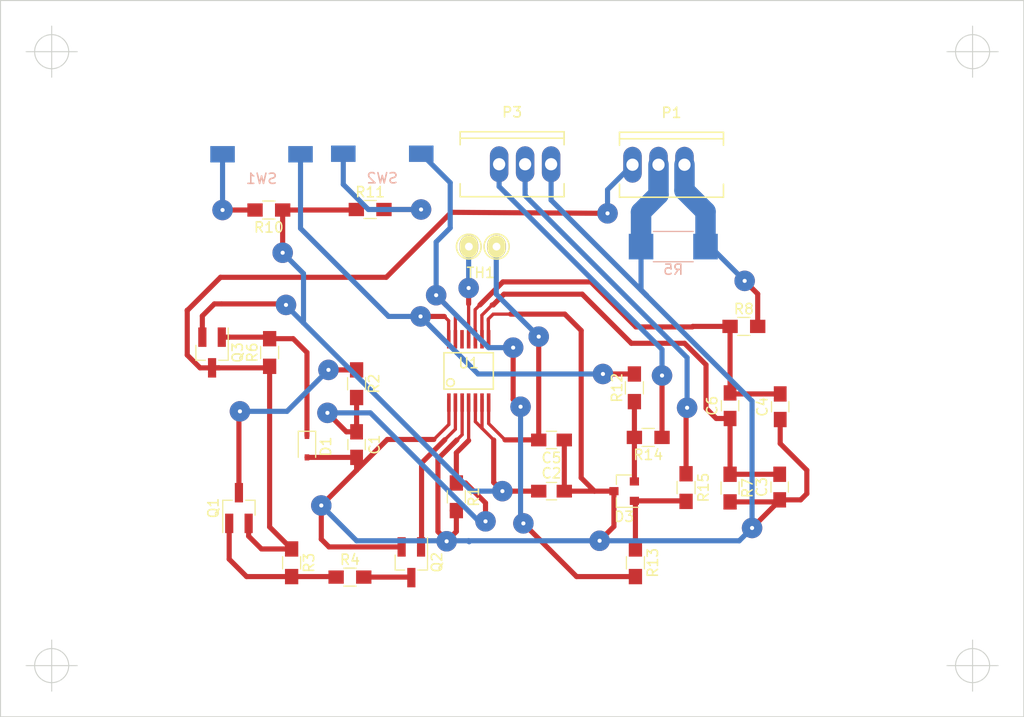
<source format=kicad_pcb>
(kicad_pcb (version 4) (host pcbnew 4.0.0-rc2-stable)

  (general
    (links 57)
    (no_connects 0)
    (area 99.949999 59.949999 200.050001 130.050001)
    (thickness 1.6)
    (drawings 18)
    (tracks 283)
    (zones 0)
    (modules 31)
    (nets 23)
  )

  (page A4)
  (layers
    (0 F.Cu signal)
    (31 B.Cu signal)
    (32 B.Adhes user hide)
    (33 F.Adhes user hide)
    (34 B.Paste user hide)
    (35 F.Paste user hide)
    (36 B.SilkS user)
    (37 F.SilkS user)
    (38 B.Mask user hide)
    (39 F.Mask user hide)
    (40 Dwgs.User user hide)
    (41 Cmts.User user hide)
    (42 Eco1.User user hide)
    (43 Eco2.User user hide)
    (44 Edge.Cuts user)
    (45 Margin user hide)
    (46 B.CrtYd user hide)
    (47 F.CrtYd user hide)
    (48 B.Fab user)
    (49 F.Fab user hide)
  )

  (setup
    (last_trace_width 0.5)
    (user_trace_width 0.32)
    (user_trace_width 2)
    (trace_clearance 0.2)
    (zone_clearance 0.508)
    (zone_45_only no)
    (trace_min 0.32)
    (segment_width 0.2)
    (edge_width 0.1)
    (via_size 2)
    (via_drill 0.4)
    (via_min_size 2)
    (via_min_drill 0.3)
    (uvia_size 0.3)
    (uvia_drill 0.1)
    (uvias_allowed no)
    (uvia_min_size 0.2)
    (uvia_min_drill 0.1)
    (pcb_text_width 0.3)
    (pcb_text_size 1.5 1.5)
    (mod_edge_width 0.15)
    (mod_text_size 1 1)
    (mod_text_width 0.15)
    (pad_size 1.5 1.5)
    (pad_drill 0.6)
    (pad_to_mask_clearance 0)
    (aux_axis_origin 0 0)
    (visible_elements 7FFFFFFF)
    (pcbplotparams
      (layerselection 0x00020_00000000)
      (usegerberextensions false)
      (excludeedgelayer false)
      (linewidth 0.100000)
      (plotframeref true)
      (viasonmask false)
      (mode 1)
      (useauxorigin false)
      (hpglpennumber 1)
      (hpglpenspeed 20)
      (hpglpendiameter 15)
      (hpglpenoverlay 2)
      (psnegative false)
      (psa4output false)
      (plotreference true)
      (plotvalue true)
      (plotinvisibletext false)
      (padsonsilk true)
      (subtractmaskfromsilk false)
      (outputformat 4)
      (mirror false)
      (drillshape 1)
      (scaleselection 1)
      (outputdirectory FabricationOutputs/))
  )

  (net 0 "")
  (net 1 "Net-(C1-Pad1)")
  (net 2 GNDREF)
  (net 3 REG_IN)
  (net 4 "Net-(C3-Pad2)")
  (net 5 "Net-(C4-Pad2)")
  (net 6 REG_25)
  (net 7 "Net-(D1-Pad1)")
  (net 8 "Net-(D3-Pad1)")
  (net 9 "Net-(D3-Pad2)")
  (net 10 /BATT+)
  (net 11 /PACK-)
  (net 12 /SDA)
  (net 13 /SCL)
  (net 14 "Net-(Q1-Pad1)")
  (net 15 "Net-(Q1-Pad3)")
  (net 16 "Net-(Q2-Pad1)")
  (net 17 "Net-(Q2-Pad3)")
  (net 18 "Net-(R10-Pad2)")
  (net 19 "Net-(R11-Pad2)")
  (net 20 "Net-(TH1-Pad2)")
  (net 21 "Net-(R12-Pad2)")
  (net 22 "Net-(R13-Pad2)")

  (net_class Default "Este es el tipo de red por defecto."
    (clearance 0.2)
    (trace_width 0.5)
    (via_dia 2)
    (via_drill 0.4)
    (uvia_dia 0.3)
    (uvia_drill 0.1)
    (add_net /BATT+)
    (add_net /PACK-)
    (add_net /SCL)
    (add_net /SDA)
    (add_net GNDREF)
    (add_net "Net-(C1-Pad1)")
    (add_net "Net-(C3-Pad2)")
    (add_net "Net-(C4-Pad2)")
    (add_net "Net-(D1-Pad1)")
    (add_net "Net-(D3-Pad1)")
    (add_net "Net-(D3-Pad2)")
    (add_net "Net-(Q1-Pad1)")
    (add_net "Net-(Q1-Pad3)")
    (add_net "Net-(Q2-Pad1)")
    (add_net "Net-(Q2-Pad3)")
    (add_net "Net-(R10-Pad2)")
    (add_net "Net-(R11-Pad2)")
    (add_net "Net-(R12-Pad2)")
    (add_net "Net-(R13-Pad2)")
    (add_net "Net-(TH1-Pad2)")
    (add_net REG_25)
    (add_net REG_IN)
  )

  (module myfootprint:C_0805_HandSoldering (layer F.Cu) (tedit 58AA84A8) (tstamp 591964AA)
    (at 134.8 103.4 270)
    (descr "Capacitor SMD 0805, hand soldering")
    (tags "capacitor 0805")
    (path /5911D3BA)
    (attr smd)
    (fp_text reference C1 (at 0 -1.75 270) (layer F.SilkS)
      (effects (font (size 1 1) (thickness 0.15)))
    )
    (fp_text value 3300p (at 0 1.75 270) (layer F.Fab)
      (effects (font (size 1 1) (thickness 0.15)))
    )
    (fp_text user %R (at 0 -1.75 270) (layer F.Fab)
      (effects (font (size 1 1) (thickness 0.15)))
    )
    (fp_line (start -1 0.62) (end -1 -0.62) (layer F.Fab) (width 0.1))
    (fp_line (start 1 0.62) (end -1 0.62) (layer F.Fab) (width 0.1))
    (fp_line (start 1 -0.62) (end 1 0.62) (layer F.Fab) (width 0.1))
    (fp_line (start -1 -0.62) (end 1 -0.62) (layer F.Fab) (width 0.1))
    (fp_line (start 0.5 -0.85) (end -0.5 -0.85) (layer F.SilkS) (width 0.12))
    (fp_line (start -0.5 0.85) (end 0.5 0.85) (layer F.SilkS) (width 0.12))
    (fp_line (start -2.25 -0.88) (end 2.25 -0.88) (layer F.CrtYd) (width 0.05))
    (fp_line (start -2.25 -0.88) (end -2.25 0.87) (layer F.CrtYd) (width 0.05))
    (fp_line (start 2.25 0.87) (end 2.25 -0.88) (layer F.CrtYd) (width 0.05))
    (fp_line (start 2.25 0.87) (end -2.25 0.87) (layer F.CrtYd) (width 0.05))
    (pad 1 smd rect (at -1.25 0 270) (size 1.5 1.25) (layers F.Cu F.Paste F.Mask)
      (net 1 "Net-(C1-Pad1)"))
    (pad 2 smd rect (at 1.25 0 270) (size 1.5 1.25) (layers F.Cu F.Paste F.Mask)
      (net 2 GNDREF))
    (model ../../../../../../DATOS/UNIVERSIDAD/TFG/PCB/packages3D-master/packages3D-master/Capacitors_SMD.3dshapes/C_0805.wrl
      (at (xyz 0 0 0))
      (scale (xyz 1 1 1))
      (rotate (xyz 0 0 0))
    )
  )

  (module myfootprint:C_0805_HandSoldering (layer F.Cu) (tedit 58AA84A8) (tstamp 591964B0)
    (at 153.85 107.95)
    (descr "Capacitor SMD 0805, hand soldering")
    (tags "capacitor 0805")
    (path /5915136A)
    (attr smd)
    (fp_text reference C2 (at 0 -1.75) (layer F.SilkS)
      (effects (font (size 1 1) (thickness 0.15)))
    )
    (fp_text value 0.1u (at 0 1.75) (layer F.Fab)
      (effects (font (size 1 1) (thickness 0.15)))
    )
    (fp_text user %R (at 0 -1.75) (layer F.Fab)
      (effects (font (size 1 1) (thickness 0.15)))
    )
    (fp_line (start -1 0.62) (end -1 -0.62) (layer F.Fab) (width 0.1))
    (fp_line (start 1 0.62) (end -1 0.62) (layer F.Fab) (width 0.1))
    (fp_line (start 1 -0.62) (end 1 0.62) (layer F.Fab) (width 0.1))
    (fp_line (start -1 -0.62) (end 1 -0.62) (layer F.Fab) (width 0.1))
    (fp_line (start 0.5 -0.85) (end -0.5 -0.85) (layer F.SilkS) (width 0.12))
    (fp_line (start -0.5 0.85) (end 0.5 0.85) (layer F.SilkS) (width 0.12))
    (fp_line (start -2.25 -0.88) (end 2.25 -0.88) (layer F.CrtYd) (width 0.05))
    (fp_line (start -2.25 -0.88) (end -2.25 0.87) (layer F.CrtYd) (width 0.05))
    (fp_line (start 2.25 0.87) (end 2.25 -0.88) (layer F.CrtYd) (width 0.05))
    (fp_line (start 2.25 0.87) (end -2.25 0.87) (layer F.CrtYd) (width 0.05))
    (pad 1 smd rect (at -1.25 0) (size 1.5 1.25) (layers F.Cu F.Paste F.Mask)
      (net 3 REG_IN))
    (pad 2 smd rect (at 1.25 0) (size 1.5 1.25) (layers F.Cu F.Paste F.Mask)
      (net 2 GNDREF))
    (model ../../../../../../DATOS/UNIVERSIDAD/TFG/PCB/packages3D-master/packages3D-master/Capacitors_SMD.3dshapes/C_0805.wrl
      (at (xyz 0 0 0))
      (scale (xyz 1 1 1))
      (rotate (xyz 0 0 0))
    )
  )

  (module myfootprint:C_0805_HandSoldering (layer F.Cu) (tedit 58AA84A8) (tstamp 591964B6)
    (at 176.15 107.55 90)
    (descr "Capacitor SMD 0805, hand soldering")
    (tags "capacitor 0805")
    (path /5911D508)
    (attr smd)
    (fp_text reference C3 (at 0 -1.75 90) (layer F.SilkS)
      (effects (font (size 1 1) (thickness 0.15)))
    )
    (fp_text value 0.1u (at 0 1.75 90) (layer F.Fab)
      (effects (font (size 1 1) (thickness 0.15)))
    )
    (fp_text user %R (at 0 -1.75 90) (layer F.Fab)
      (effects (font (size 1 1) (thickness 0.15)))
    )
    (fp_line (start -1 0.62) (end -1 -0.62) (layer F.Fab) (width 0.1))
    (fp_line (start 1 0.62) (end -1 0.62) (layer F.Fab) (width 0.1))
    (fp_line (start 1 -0.62) (end 1 0.62) (layer F.Fab) (width 0.1))
    (fp_line (start -1 -0.62) (end 1 -0.62) (layer F.Fab) (width 0.1))
    (fp_line (start 0.5 -0.85) (end -0.5 -0.85) (layer F.SilkS) (width 0.12))
    (fp_line (start -0.5 0.85) (end 0.5 0.85) (layer F.SilkS) (width 0.12))
    (fp_line (start -2.25 -0.88) (end 2.25 -0.88) (layer F.CrtYd) (width 0.05))
    (fp_line (start -2.25 -0.88) (end -2.25 0.87) (layer F.CrtYd) (width 0.05))
    (fp_line (start 2.25 0.87) (end 2.25 -0.88) (layer F.CrtYd) (width 0.05))
    (fp_line (start 2.25 0.87) (end -2.25 0.87) (layer F.CrtYd) (width 0.05))
    (pad 1 smd rect (at -1.25 0 90) (size 1.5 1.25) (layers F.Cu F.Paste F.Mask)
      (net 2 GNDREF))
    (pad 2 smd rect (at 1.25 0 90) (size 1.5 1.25) (layers F.Cu F.Paste F.Mask)
      (net 4 "Net-(C3-Pad2)"))
    (model ../../../../../../DATOS/UNIVERSIDAD/TFG/PCB/packages3D-master/packages3D-master/Capacitors_SMD.3dshapes/C_0805.wrl
      (at (xyz 0 0 0))
      (scale (xyz 1 1 1))
      (rotate (xyz 0 0 0))
    )
  )

  (module myfootprint:C_0805_HandSoldering (layer F.Cu) (tedit 58AA84A8) (tstamp 591964BC)
    (at 176.2 99.7 90)
    (descr "Capacitor SMD 0805, hand soldering")
    (tags "capacitor 0805")
    (path /5911D57D)
    (attr smd)
    (fp_text reference C4 (at 0 -1.75 90) (layer F.SilkS)
      (effects (font (size 1 1) (thickness 0.15)))
    )
    (fp_text value 0.1u (at 0 1.75 90) (layer F.Fab)
      (effects (font (size 1 1) (thickness 0.15)))
    )
    (fp_text user %R (at 0 -1.75 90) (layer F.Fab)
      (effects (font (size 1 1) (thickness 0.15)))
    )
    (fp_line (start -1 0.62) (end -1 -0.62) (layer F.Fab) (width 0.1))
    (fp_line (start 1 0.62) (end -1 0.62) (layer F.Fab) (width 0.1))
    (fp_line (start 1 -0.62) (end 1 0.62) (layer F.Fab) (width 0.1))
    (fp_line (start -1 -0.62) (end 1 -0.62) (layer F.Fab) (width 0.1))
    (fp_line (start 0.5 -0.85) (end -0.5 -0.85) (layer F.SilkS) (width 0.12))
    (fp_line (start -0.5 0.85) (end 0.5 0.85) (layer F.SilkS) (width 0.12))
    (fp_line (start -2.25 -0.88) (end 2.25 -0.88) (layer F.CrtYd) (width 0.05))
    (fp_line (start -2.25 -0.88) (end -2.25 0.87) (layer F.CrtYd) (width 0.05))
    (fp_line (start 2.25 0.87) (end 2.25 -0.88) (layer F.CrtYd) (width 0.05))
    (fp_line (start 2.25 0.87) (end -2.25 0.87) (layer F.CrtYd) (width 0.05))
    (pad 1 smd rect (at -1.25 0 90) (size 1.5 1.25) (layers F.Cu F.Paste F.Mask)
      (net 2 GNDREF))
    (pad 2 smd rect (at 1.25 0 90) (size 1.5 1.25) (layers F.Cu F.Paste F.Mask)
      (net 5 "Net-(C4-Pad2)"))
    (model ../../../../../../DATOS/UNIVERSIDAD/TFG/PCB/packages3D-master/packages3D-master/Capacitors_SMD.3dshapes/C_0805.wrl
      (at (xyz 0 0 0))
      (scale (xyz 1 1 1))
      (rotate (xyz 0 0 0))
    )
  )

  (module myfootprint:C_0805_HandSoldering (layer F.Cu) (tedit 58AA84A8) (tstamp 591964C2)
    (at 153.85 102.95 180)
    (descr "Capacitor SMD 0805, hand soldering")
    (tags "capacitor 0805")
    (path /5911D5D5)
    (attr smd)
    (fp_text reference C5 (at 0 -1.75 180) (layer F.SilkS)
      (effects (font (size 1 1) (thickness 0.15)))
    )
    (fp_text value 1u (at 0 1.75 180) (layer F.Fab)
      (effects (font (size 1 1) (thickness 0.15)))
    )
    (fp_text user %R (at 0 -1.75 180) (layer F.Fab)
      (effects (font (size 1 1) (thickness 0.15)))
    )
    (fp_line (start -1 0.62) (end -1 -0.62) (layer F.Fab) (width 0.1))
    (fp_line (start 1 0.62) (end -1 0.62) (layer F.Fab) (width 0.1))
    (fp_line (start 1 -0.62) (end 1 0.62) (layer F.Fab) (width 0.1))
    (fp_line (start -1 -0.62) (end 1 -0.62) (layer F.Fab) (width 0.1))
    (fp_line (start 0.5 -0.85) (end -0.5 -0.85) (layer F.SilkS) (width 0.12))
    (fp_line (start -0.5 0.85) (end 0.5 0.85) (layer F.SilkS) (width 0.12))
    (fp_line (start -2.25 -0.88) (end 2.25 -0.88) (layer F.CrtYd) (width 0.05))
    (fp_line (start -2.25 -0.88) (end -2.25 0.87) (layer F.CrtYd) (width 0.05))
    (fp_line (start 2.25 0.87) (end 2.25 -0.88) (layer F.CrtYd) (width 0.05))
    (fp_line (start 2.25 0.87) (end -2.25 0.87) (layer F.CrtYd) (width 0.05))
    (pad 1 smd rect (at -1.25 0 180) (size 1.5 1.25) (layers F.Cu F.Paste F.Mask)
      (net 2 GNDREF))
    (pad 2 smd rect (at 1.25 0 180) (size 1.5 1.25) (layers F.Cu F.Paste F.Mask)
      (net 6 REG_25))
    (model ../../../../../../DATOS/UNIVERSIDAD/TFG/PCB/packages3D-master/packages3D-master/Capacitors_SMD.3dshapes/C_0805.wrl
      (at (xyz 0 0 0))
      (scale (xyz 1 1 1))
      (rotate (xyz 0 0 0))
    )
  )

  (module myfootprint:C_0805_HandSoldering (layer F.Cu) (tedit 58AA84A8) (tstamp 591964C8)
    (at 171.3 99.6 90)
    (descr "Capacitor SMD 0805, hand soldering")
    (tags "capacitor 0805")
    (path /5911D4A4)
    (attr smd)
    (fp_text reference C6 (at 0 -1.75 90) (layer F.SilkS)
      (effects (font (size 1 1) (thickness 0.15)))
    )
    (fp_text value 0.1u (at 0 1.75 90) (layer F.Fab)
      (effects (font (size 1 1) (thickness 0.15)))
    )
    (fp_text user %R (at 0 -1.75 90) (layer F.Fab)
      (effects (font (size 1 1) (thickness 0.15)))
    )
    (fp_line (start -1 0.62) (end -1 -0.62) (layer F.Fab) (width 0.1))
    (fp_line (start 1 0.62) (end -1 0.62) (layer F.Fab) (width 0.1))
    (fp_line (start 1 -0.62) (end 1 0.62) (layer F.Fab) (width 0.1))
    (fp_line (start -1 -0.62) (end 1 -0.62) (layer F.Fab) (width 0.1))
    (fp_line (start 0.5 -0.85) (end -0.5 -0.85) (layer F.SilkS) (width 0.12))
    (fp_line (start -0.5 0.85) (end 0.5 0.85) (layer F.SilkS) (width 0.12))
    (fp_line (start -2.25 -0.88) (end 2.25 -0.88) (layer F.CrtYd) (width 0.05))
    (fp_line (start -2.25 -0.88) (end -2.25 0.87) (layer F.CrtYd) (width 0.05))
    (fp_line (start 2.25 0.87) (end 2.25 -0.88) (layer F.CrtYd) (width 0.05))
    (fp_line (start 2.25 0.87) (end -2.25 0.87) (layer F.CrtYd) (width 0.05))
    (pad 1 smd rect (at -1.25 0 90) (size 1.5 1.25) (layers F.Cu F.Paste F.Mask)
      (net 4 "Net-(C3-Pad2)"))
    (pad 2 smd rect (at 1.25 0 90) (size 1.5 1.25) (layers F.Cu F.Paste F.Mask)
      (net 5 "Net-(C4-Pad2)"))
    (model ../../../../../../DATOS/UNIVERSIDAD/TFG/PCB/packages3D-master/packages3D-master/Capacitors_SMD.3dshapes/C_0805.wrl
      (at (xyz 0 0 0))
      (scale (xyz 1 1 1))
      (rotate (xyz 0 0 0))
    )
  )

  (module myfootprint:SOD-323 (layer F.Cu) (tedit 58641739) (tstamp 591964CE)
    (at 129.95 103.6 270)
    (descr SOD-323)
    (tags SOD-323)
    (path /591512DF)
    (attr smd)
    (fp_text reference D1 (at 0 -1.85 270) (layer F.SilkS)
      (effects (font (size 1 1) (thickness 0.15)))
    )
    (fp_text value BZT52C5V65-7 (at 0.1 1.9 270) (layer F.Fab)
      (effects (font (size 1 1) (thickness 0.15)))
    )
    (fp_text user %R (at 0 -1.85 270) (layer F.Fab)
      (effects (font (size 1 1) (thickness 0.15)))
    )
    (fp_line (start -1.5 -0.85) (end -1.5 0.85) (layer F.SilkS) (width 0.12))
    (fp_line (start 0.2 0) (end 0.45 0) (layer F.Fab) (width 0.1))
    (fp_line (start 0.2 0.35) (end -0.3 0) (layer F.Fab) (width 0.1))
    (fp_line (start 0.2 -0.35) (end 0.2 0.35) (layer F.Fab) (width 0.1))
    (fp_line (start -0.3 0) (end 0.2 -0.35) (layer F.Fab) (width 0.1))
    (fp_line (start -0.3 0) (end -0.5 0) (layer F.Fab) (width 0.1))
    (fp_line (start -0.3 -0.35) (end -0.3 0.35) (layer F.Fab) (width 0.1))
    (fp_line (start -0.9 0.7) (end -0.9 -0.7) (layer F.Fab) (width 0.1))
    (fp_line (start 0.9 0.7) (end -0.9 0.7) (layer F.Fab) (width 0.1))
    (fp_line (start 0.9 -0.7) (end 0.9 0.7) (layer F.Fab) (width 0.1))
    (fp_line (start -0.9 -0.7) (end 0.9 -0.7) (layer F.Fab) (width 0.1))
    (fp_line (start -1.6 -0.95) (end 1.6 -0.95) (layer F.CrtYd) (width 0.05))
    (fp_line (start 1.6 -0.95) (end 1.6 0.95) (layer F.CrtYd) (width 0.05))
    (fp_line (start -1.6 0.95) (end 1.6 0.95) (layer F.CrtYd) (width 0.05))
    (fp_line (start -1.6 -0.95) (end -1.6 0.95) (layer F.CrtYd) (width 0.05))
    (fp_line (start -1.5 0.85) (end 1.05 0.85) (layer F.SilkS) (width 0.12))
    (fp_line (start -1.5 -0.85) (end 1.05 -0.85) (layer F.SilkS) (width 0.12))
    (pad 1 smd rect (at -1.05 0 270) (size 0.6 0.45) (layers F.Cu F.Paste F.Mask)
      (net 7 "Net-(D1-Pad1)"))
    (pad 2 smd rect (at 1.05 0 270) (size 0.6 0.45) (layers F.Cu F.Paste F.Mask)
      (net 2 GNDREF))
    (model ../../../../../../DATOS/UNIVERSIDAD/TFG/PCB/packages3D-master/packages3D-master/Diodes_SMD.3dshapes/D_SOD-323.wrl
      (at (xyz 0 0 0))
      (scale (xyz 1 1 1))
      (rotate (xyz 0 0 0))
    )
  )

  (module myfootprint:BSS84-SOT-23_Handsoldering (layer F.Cu) (tedit 59152270) (tstamp 591964F9)
    (at 123.3 109.6 90)
    (descr "SOT-23, Handsoldering")
    (tags SOT-23)
    (path /5911E733)
    (attr smd)
    (fp_text reference Q1 (at 0 -2.5 90) (layer F.SilkS)
      (effects (font (size 1 1) (thickness 0.15)))
    )
    (fp_text value BSS84 (at 0 2.5 90) (layer F.Fab)
      (effects (font (size 1 1) (thickness 0.15)))
    )
    (fp_text user s (at -4.1 1.1 90) (layer F.Fab)
      (effects (font (size 1 1) (thickness 0.15)))
    )
    (fp_text user g (at -4.1 -1.2 90) (layer F.Fab)
      (effects (font (size 1 1) (thickness 0.15)))
    )
    (fp_text user d (at 3.9 -0.1 90) (layer F.Fab)
      (effects (font (size 1 1) (thickness 0.15)))
    )
    (fp_line (start 0.76 1.58) (end 0.76 0.65) (layer F.SilkS) (width 0.12))
    (fp_line (start 0.76 -1.58) (end 0.76 -0.65) (layer F.SilkS) (width 0.12))
    (fp_line (start -2.7 -1.75) (end 2.7 -1.75) (layer F.CrtYd) (width 0.05))
    (fp_line (start 2.7 -1.75) (end 2.7 1.75) (layer F.CrtYd) (width 0.05))
    (fp_line (start 2.7 1.75) (end -2.7 1.75) (layer F.CrtYd) (width 0.05))
    (fp_line (start -2.7 1.75) (end -2.7 -1.75) (layer F.CrtYd) (width 0.05))
    (fp_line (start 0.76 -1.58) (end -2.4 -1.58) (layer F.SilkS) (width 0.12))
    (fp_line (start -0.7 -0.95) (end -0.7 1.5) (layer F.Fab) (width 0.1))
    (fp_line (start -0.15 -1.52) (end 0.7 -1.52) (layer F.Fab) (width 0.1))
    (fp_line (start -0.7 -0.95) (end -0.15 -1.52) (layer F.Fab) (width 0.1))
    (fp_line (start 0.7 -1.52) (end 0.7 1.52) (layer F.Fab) (width 0.1))
    (fp_line (start -0.7 1.52) (end 0.7 1.52) (layer F.Fab) (width 0.1))
    (fp_line (start 0.76 1.58) (end -0.7 1.58) (layer F.SilkS) (width 0.12))
    (pad 1 smd rect (at -1.5 -0.95 90) (size 1.9 0.8) (layers F.Cu F.Paste F.Mask)
      (net 14 "Net-(Q1-Pad1)"))
    (pad 2 smd rect (at -1.5 0.95 90) (size 1.9 0.8) (layers F.Cu F.Paste F.Mask)
      (net 10 /BATT+))
    (pad 3 smd rect (at 1.5 0 90) (size 1.9 0.8) (layers F.Cu F.Paste F.Mask)
      (net 15 "Net-(Q1-Pad3)"))
    (model ../../../../../../DATOS/UNIVERSIDAD/TFG/PCB/packages3D-master/packages3D-master/TO_SOT_Packages_SMD.3dshapes/SOT-23.wrl
      (at (xyz 0 0 0))
      (scale (xyz 1 1 1))
      (rotate (xyz 0 0 0))
    )
  )

  (module myfootprint:BSS138-SOT-23_Handsoldering (layer F.Cu) (tedit 591522E8) (tstamp 59196500)
    (at 140.15 114.9 270)
    (descr "SOT-23, Handsoldering")
    (tags SOT-23)
    (path /59150B8E)
    (attr smd)
    (fp_text reference Q2 (at 0 -2.5 270) (layer F.SilkS)
      (effects (font (size 1 1) (thickness 0.15)))
    )
    (fp_text value BSS138 (at 0 2.5 270) (layer F.Fab)
      (effects (font (size 1 1) (thickness 0.15)))
    )
    (fp_text user s (at -4.1 1.1 270) (layer F.Fab)
      (effects (font (size 1 1) (thickness 0.15)))
    )
    (fp_text user g (at -4.1 -1.2 270) (layer F.Fab)
      (effects (font (size 1 1) (thickness 0.15)))
    )
    (fp_text user d (at 3.9 -0.1 270) (layer F.Fab)
      (effects (font (size 1 1) (thickness 0.15)))
    )
    (fp_line (start 0.76 1.58) (end 0.76 0.65) (layer F.SilkS) (width 0.12))
    (fp_line (start 0.76 -1.58) (end 0.76 -0.65) (layer F.SilkS) (width 0.12))
    (fp_line (start -2.7 -1.75) (end 2.7 -1.75) (layer F.CrtYd) (width 0.05))
    (fp_line (start 2.7 -1.75) (end 2.7 1.75) (layer F.CrtYd) (width 0.05))
    (fp_line (start 2.7 1.75) (end -2.7 1.75) (layer F.CrtYd) (width 0.05))
    (fp_line (start -2.7 1.75) (end -2.7 -1.75) (layer F.CrtYd) (width 0.05))
    (fp_line (start 0.76 -1.58) (end -2.4 -1.58) (layer F.SilkS) (width 0.12))
    (fp_line (start -0.7 -0.95) (end -0.7 1.5) (layer F.Fab) (width 0.1))
    (fp_line (start -0.15 -1.52) (end 0.7 -1.52) (layer F.Fab) (width 0.1))
    (fp_line (start -0.7 -0.95) (end -0.15 -1.52) (layer F.Fab) (width 0.1))
    (fp_line (start 0.7 -1.52) (end 0.7 1.52) (layer F.Fab) (width 0.1))
    (fp_line (start -0.7 1.52) (end 0.7 1.52) (layer F.Fab) (width 0.1))
    (fp_line (start 0.76 1.58) (end -0.7 1.58) (layer F.SilkS) (width 0.12))
    (pad 1 smd rect (at -1.5 -0.95 270) (size 1.9 0.8) (layers F.Cu F.Paste F.Mask)
      (net 16 "Net-(Q2-Pad1)"))
    (pad 2 smd rect (at -1.5 0.95 270) (size 1.9 0.8) (layers F.Cu F.Paste F.Mask)
      (net 2 GNDREF))
    (pad 3 smd rect (at 1.5 0 270) (size 1.9 0.8) (layers F.Cu F.Paste F.Mask)
      (net 17 "Net-(Q2-Pad3)"))
    (model ${KISYS3DMOD}/TO_SOT_Packages_SMD.3dshapes\SOT-23.wrl
      (at (xyz 0 0 0))
      (scale (xyz 1 1 1))
      (rotate (xyz 0 0 0))
    )
    (model ../../../../../../DATOS/UNIVERSIDAD/TFG/PCB/packages3D-master/packages3D-master/TO_SOT_Packages_SMD.3dshapes/SOT-23.wrl
      (at (xyz 0 0 0))
      (scale (xyz 1 1 1))
      (rotate (xyz 0 0 0))
    )
  )

  (module myfootprint:SOT-23_Handsoldering (layer F.Cu) (tedit 59152341) (tstamp 59196507)
    (at 120.675 94.4 270)
    (descr "SOT-23, Handsoldering")
    (tags SOT-23)
    (path /5915105A)
    (attr smd)
    (fp_text reference Q3 (at 0 -2.5 270) (layer F.SilkS)
      (effects (font (size 1 1) (thickness 0.15)))
    )
    (fp_text value 2N7002 (at 0 2.5 270) (layer F.Fab)
      (effects (font (size 1 1) (thickness 0.15)))
    )
    (fp_text user s (at -4.1 1.1 270) (layer F.Fab)
      (effects (font (size 1 1) (thickness 0.15)))
    )
    (fp_text user g (at -4.1 -1.2 270) (layer F.Fab)
      (effects (font (size 1 1) (thickness 0.15)))
    )
    (fp_text user d (at 3.9 -0.1 270) (layer F.Fab)
      (effects (font (size 1 1) (thickness 0.15)))
    )
    (fp_line (start 0.76 1.58) (end 0.76 0.65) (layer F.SilkS) (width 0.12))
    (fp_line (start 0.76 -1.58) (end 0.76 -0.65) (layer F.SilkS) (width 0.12))
    (fp_line (start -2.7 -1.75) (end 2.7 -1.75) (layer F.CrtYd) (width 0.05))
    (fp_line (start 2.7 -1.75) (end 2.7 1.75) (layer F.CrtYd) (width 0.05))
    (fp_line (start 2.7 1.75) (end -2.7 1.75) (layer F.CrtYd) (width 0.05))
    (fp_line (start -2.7 1.75) (end -2.7 -1.75) (layer F.CrtYd) (width 0.05))
    (fp_line (start 0.76 -1.58) (end -2.4 -1.58) (layer F.SilkS) (width 0.12))
    (fp_line (start -0.7 -0.95) (end -0.7 1.5) (layer F.Fab) (width 0.1))
    (fp_line (start -0.15 -1.52) (end 0.7 -1.52) (layer F.Fab) (width 0.1))
    (fp_line (start -0.7 -0.95) (end -0.15 -1.52) (layer F.Fab) (width 0.1))
    (fp_line (start 0.7 -1.52) (end 0.7 1.52) (layer F.Fab) (width 0.1))
    (fp_line (start -0.7 1.52) (end 0.7 1.52) (layer F.Fab) (width 0.1))
    (fp_line (start 0.76 1.58) (end -0.7 1.58) (layer F.SilkS) (width 0.12))
    (pad 1 smd rect (at -1.5 -0.95 270) (size 1.9 0.8) (layers F.Cu F.Paste F.Mask)
      (net 7 "Net-(D1-Pad1)"))
    (pad 2 smd rect (at -1.5 0.95 270) (size 1.9 0.8) (layers F.Cu F.Paste F.Mask)
      (net 3 REG_IN))
    (pad 3 smd rect (at 1.5 0 270) (size 1.9 0.8) (layers F.Cu F.Paste F.Mask)
      (net 10 /BATT+))
    (model ../../../../../../DATOS/UNIVERSIDAD/TFG/PCB/packages3D-master/packages3D-master/TO_SOT_Packages_SMD.3dshapes/SOT-23.wrl
      (at (xyz 0 0 0))
      (scale (xyz 1 1 1))
      (rotate (xyz 0 0 0))
    )
  )

  (module myfootprint:SSOP-14-Bq (layer F.Cu) (tedit 5919632F) (tstamp 5919657E)
    (at 145.75 96.2)
    (path /59CE20D1)
    (attr smd)
    (fp_text reference U1 (at 0 -0.762) (layer F.SilkS)
      (effects (font (size 1 1) (thickness 0.15)))
    )
    (fp_text value bq34z100pw (at 0 0.508) (layer F.Fab)
      (effects (font (size 1 1) (thickness 0.15)))
    )
    (fp_line (start -2.413 -1.778) (end 2.413 -1.778) (layer F.SilkS) (width 0.15))
    (fp_line (start 2.413 -1.778) (end 2.413 1.778) (layer F.SilkS) (width 0.15))
    (fp_line (start 2.413 1.778) (end -2.413 1.778) (layer F.SilkS) (width 0.15))
    (fp_line (start -2.413 1.778) (end -2.413 -1.778) (layer F.SilkS) (width 0.15))
    (fp_circle (center -1.778 1.143) (end -2.159 1.143) (layer F.SilkS) (width 0.15))
    (pad 1 smd rect (at -1.9304 2.794) (size 0.35 1.8) (drill (offset 0 0.3)) (layers F.Cu F.Paste F.Mask)
      (net 2 GNDREF))
    (pad 2 smd rect (at -1.2954 2.794) (size 0.35 1.8) (drill (offset 0 0.3)) (layers F.Cu F.Paste F.Mask)
      (net 16 "Net-(Q2-Pad1)"))
    (pad 3 smd rect (at -0.635 2.794) (size 0.35 1.8) (drill (offset 0 0.3)) (layers F.Cu F.Paste F.Mask)
      (net 2 GNDREF))
    (pad 4 smd rect (at 0 2.794) (size 0.35 1.8) (drill (offset 0 0.3)) (layers F.Cu F.Paste F.Mask)
      (net 1 "Net-(C1-Pad1)"))
    (pad 5 smd rect (at 0.6604 2.794) (size 0.35 1.8) (drill (offset 0 0.3)) (layers F.Cu F.Paste F.Mask)
      (net 3 REG_IN))
    (pad 6 smd rect (at 1.3081 2.794) (size 0.35 1.8) (drill (offset 0 0.3)) (layers F.Cu F.Paste F.Mask)
      (net 3 REG_IN))
    (pad 7 smd rect (at 1.9558 2.794) (size 0.35 1.8) (drill (offset 0 0.3)) (layers F.Cu F.Paste F.Mask)
      (net 6 REG_25))
    (pad 8 smd rect (at 1.9558 -2.794) (size 0.35 1.8) (drill (offset 0 -0.3)) (layers F.Cu F.Paste F.Mask)
      (net 2 GNDREF))
    (pad 9 smd rect (at 1.3081 -2.794) (size 0.35 1.8) (drill (offset 0 -0.3)) (layers F.Cu F.Paste F.Mask)
      (net 4 "Net-(C3-Pad2)"))
    (pad 10 smd rect (at 0.6604 -2.794) (size 0.35 1.8) (drill (offset 0 -0.3)) (layers F.Cu F.Paste F.Mask)
      (net 5 "Net-(C4-Pad2)"))
    (pad 11 smd rect (at 0 -2.794) (size 0.35 1.8) (drill (offset 0 -0.3)) (layers F.Cu F.Paste F.Mask)
      (net 20 "Net-(TH1-Pad2)"))
    (pad 12 smd rect (at -0.6477 -2.794) (size 0.35 1.8) (drill (offset 0 -0.3)) (layers F.Cu F.Paste F.Mask))
    (pad 13 smd rect (at -1.2954 -2.794) (size 0.35 1.8) (drill (offset 0 -0.3)) (layers F.Cu F.Paste F.Mask)
      (net 22 "Net-(R13-Pad2)"))
    (pad 14 smd rect (at -1.9431 -2.794) (size 0.35 1.8) (drill (offset 0 -0.3)) (layers F.Cu F.Paste F.Mask)
      (net 21 "Net-(R12-Pad2)"))
    (model ../../../../../../DATOS/UNIVERSIDAD/TFG/PCB/packages3D-master/packages3D-master/Housings_SSOP.3dshapes/TSSOP-14_4.4x5mm_Pitch0.65mm.wrl
      (at (xyz 0 0 0))
      (scale (xyz 1 1 1))
      (rotate (xyz 0 0 -90))
    )
  )

  (module myfootprint:Thermistor (layer F.Cu) (tedit 591AC786) (tstamp 591ACB64)
    (at 148.475 84.05 180)
    (descr "Resistor, Axial_DIN0204 series, Axial, Vertical, pin pitch=1.9mm, 0.16666666666666666W = 1/6W, length*diameter=3.6*1.6mm^2, http://cdn-reichelt.de/documents/datenblatt/B400/1_4W%23YAG.pdf")
    (tags "Resistor Axial_DIN0204 series Axial Vertical pin pitch 1.9mm 0.16666666666666666W = 1/6W length 3.6mm diameter 1.6mm")
    (path /59163373)
    (fp_text reference TH1 (at 1.55 -2.56 180) (layer F.SilkS)
      (effects (font (size 1 1) (thickness 0.15)))
    )
    (fp_text value 10K (at 0.65 3.26 180) (layer F.Fab)
      (effects (font (size 1 1) (thickness 0.15)))
    )
    (fp_circle (center -0.01 0.01) (end 1.05 -0.61) (layer F.SilkS) (width 0.15))
    (fp_circle (center 2.71 0) (end 3.43 -0.97) (layer F.SilkS) (width 0.15))
    (fp_circle (center 2.7 0) (end 3.4 -0.91) (layer F.Fab) (width 0.15))
    (fp_circle (center 0 0) (end 0.35 -1.1) (layer F.Fab) (width 0.15))
    (fp_line (start -1.8 -1.6) (end 4.5 -1.6) (layer F.CrtYd) (width 0.15))
    (fp_line (start 4.5 -1.6) (end 4.4 1.7) (layer F.CrtYd) (width 0.15))
    (fp_line (start 4.4 1.7) (end -1.8 1.7) (layer F.CrtYd) (width 0.15))
    (fp_line (start -1.8 1.7) (end -1.8 -1.6) (layer F.CrtYd) (width 0.15))
    (fp_line (start 0 0) (end 2.7 0) (layer F.Fab) (width 0.15))
    (fp_line (start 0.86 0) (end 0.9 0) (layer F.SilkS) (width 0.12))
    (pad 2 thru_hole oval (at 2.7 0 180) (size 1.8 2.2) (drill 0.762) (layers *.Cu *.Mask F.SilkS)
      (net 20 "Net-(TH1-Pad2)"))
    (pad 1 thru_hole oval (at 0 0 180) (size 1.8 2.2) (drill 0.762) (layers *.Cu *.Mask F.SilkS)
      (net 6 REG_25))
  )

  (module myfootprint:D_SOT-23_NKA (layer F.Cu) (tedit 591ACB69) (tstamp 591AD3E0)
    (at 160.95 107.95 180)
    (descr "SOT-23, Single Diode")
    (tags SOT-23)
    (path /5915CB10)
    (attr smd)
    (fp_text reference D3 (at 0 -2.5 180) (layer F.SilkS)
      (effects (font (size 1 1) (thickness 0.15)))
    )
    (fp_text value AZ23C5V6-7 (at 0 2.5 180) (layer F.Fab)
      (effects (font (size 1 1) (thickness 0.15)))
    )
    (fp_line (start -0.13 -0.49) (end -0.13 -0.89) (layer F.Fab) (width 0.1))
    (fp_line (start -0.13 -0.69) (end -0.38 -0.69) (layer F.Fab) (width 0.1))
    (fp_line (start -0.13 -0.69) (end 0.17 -0.49) (layer F.Fab) (width 0.1))
    (fp_line (start 0.17 -0.49) (end 0.17 -0.89) (layer F.Fab) (width 0.1))
    (fp_line (start 0.17 -0.89) (end -0.13 -0.69) (layer F.Fab) (width 0.1))
    (fp_line (start 0.17 -0.69) (end 0.42 -0.69) (layer F.Fab) (width 0.1))
    (fp_text user %R (at 0 -2.5 180) (layer F.Fab)
      (effects (font (size 1 1) (thickness 0.15)))
    )
    (fp_line (start 0.15 0.45) (end 0.4 0.45) (layer F.Fab) (width 0.1))
    (fp_line (start 0.15 0.25) (end -0.15 0.45) (layer F.Fab) (width 0.1))
    (fp_line (start 0.15 0.65) (end 0.15 0.25) (layer F.Fab) (width 0.1))
    (fp_line (start -0.15 0.45) (end 0.15 0.65) (layer F.Fab) (width 0.1))
    (fp_line (start -0.15 0.45) (end -0.4 0.45) (layer F.Fab) (width 0.1))
    (fp_line (start -0.15 0.65) (end -0.15 0.25) (layer F.Fab) (width 0.1))
    (fp_line (start 0.76 1.58) (end 0.76 0.65) (layer F.SilkS) (width 0.12))
    (fp_line (start 0.76 -1.58) (end 0.76 -0.65) (layer F.SilkS) (width 0.12))
    (fp_line (start 0.7 -1.52) (end 0.7 1.52) (layer F.Fab) (width 0.1))
    (fp_line (start -0.7 1.52) (end 0.7 1.52) (layer F.Fab) (width 0.1))
    (fp_line (start -1.7 -1.75) (end 1.7 -1.75) (layer F.CrtYd) (width 0.05))
    (fp_line (start 1.7 -1.75) (end 1.7 1.75) (layer F.CrtYd) (width 0.05))
    (fp_line (start 1.7 1.75) (end -1.7 1.75) (layer F.CrtYd) (width 0.05))
    (fp_line (start -1.7 1.75) (end -1.7 -1.75) (layer F.CrtYd) (width 0.05))
    (fp_line (start 0.76 -1.58) (end -1.4 -1.58) (layer F.SilkS) (width 0.12))
    (fp_line (start -0.7 -1.52) (end 0.7 -1.52) (layer F.Fab) (width 0.1))
    (fp_line (start -0.7 -1.52) (end -0.7 1.52) (layer F.Fab) (width 0.1))
    (fp_line (start 0.76 1.58) (end -0.7 1.58) (layer F.SilkS) (width 0.12))
    (pad 2 smd rect (at -1 -0.95 180) (size 0.9 0.8) (layers F.Cu F.Paste F.Mask)
      (net 9 "Net-(D3-Pad2)"))
    (pad 1 smd rect (at -1 0.95 180) (size 0.9 0.8) (layers F.Cu F.Paste F.Mask)
      (net 8 "Net-(D3-Pad1)"))
    (pad 3 smd rect (at 1 0 180) (size 0.9 0.8) (layers F.Cu F.Paste F.Mask)
      (net 2 GNDREF))
    (model ../../../../../../DATOS/UNIVERSIDAD/TFG/PCB/packages3D-master/packages3D-master/Diodes_SMD.3dshapes/D_SOT-23.wrl
      (at (xyz 0 0 0))
      (scale (xyz 1 1 1))
      (rotate (xyz 0 0 0))
    )
  )

  (module myfootprint:Con3,123- (layer F.Cu) (tedit 591D43E5) (tstamp 591D4AA9)
    (at 165.575 76.05)
    (descr "Socket, MOLEX, KK, RM 2.54mm, Lock, 4pin, straight,")
    (tags "Socket, MOLEX, KK, RM 2.54mm, Lock, 4pin, straight,")
    (path /591D61DF)
    (fp_text reference P1 (at 0 -5.08) (layer F.SilkS)
      (effects (font (size 1 1) (thickness 0.15)))
    )
    (fp_text value Con3,123* (at 0 5.08) (layer F.Fab)
      (effects (font (size 1 1) (thickness 0.15)))
    )
    (fp_line (start 5.08 -2.54) (end -5.08 -2.54) (layer F.SilkS) (width 0.15))
    (fp_line (start 5.08 1.905) (end 5.08 3.175) (layer F.SilkS) (width 0.15))
    (fp_line (start -5.08 -1.905) (end -5.08 -3.175) (layer F.SilkS) (width 0.15))
    (fp_line (start -5.08 -3.175) (end 5.08 -3.175) (layer F.SilkS) (width 0.15))
    (fp_line (start 5.08 -3.175) (end 5.08 -1.905) (layer F.SilkS) (width 0.15))
    (fp_line (start 5.08 3.175) (end -5.08 3.175) (layer F.SilkS) (width 0.15))
    (fp_line (start -5.08 3.175) (end -5.08 1.905) (layer F.SilkS) (width 0.15))
    (pad 1 thru_hole oval (at -3.81 0) (size 1.80086 3.50012) (drill 1.19888) (layers *.Cu *.Mask)
      (net 10 /BATT+))
    (pad 2 thru_hole oval (at -1.27 0) (size 1.80086 3.50012) (drill 1.19888) (layers *.Cu *.Mask)
      (net 2 GNDREF))
    (pad 3 thru_hole oval (at 1.27 0) (size 1.80086 3.50012) (drill 1.19888) (layers *.Cu *.Mask)
      (net 11 /PACK-))
    (model ../../../../../../DATOS/UNIVERSIDAD/TFG/PCB/myfootprint.pretty/molex4.wrl
      (at (xyz 0 0.29 0.042))
      (scale (xyz 3 3 3))
      (rotate (xyz 0 180 0))
    )
  )

  (module myfootprint:Con3,-234 (layer F.Cu) (tedit 591D44A4) (tstamp 591D4AC4)
    (at 150 76)
    (descr "Socket, MOLEX, KK, RM 2.54mm, Lock, 4pin, straight,")
    (tags "Socket, MOLEX, KK, RM 2.54mm, Lock, 4pin, straight,")
    (path /591D5800)
    (fp_text reference P3 (at 0 -5.08) (layer F.SilkS)
      (effects (font (size 1 1) (thickness 0.15)))
    )
    (fp_text value Con3,*234 (at 0 5.08) (layer F.Fab)
      (effects (font (size 1 1) (thickness 0.15)))
    )
    (fp_line (start 5.08 -2.54) (end -5.08 -2.54) (layer F.SilkS) (width 0.15))
    (fp_line (start 5.08 1.905) (end 5.08 3.175) (layer F.SilkS) (width 0.15))
    (fp_line (start -5.08 -1.905) (end -5.08 -3.175) (layer F.SilkS) (width 0.15))
    (fp_line (start -5.08 -3.175) (end 5.08 -3.175) (layer F.SilkS) (width 0.15))
    (fp_line (start 5.08 -3.175) (end 5.08 -1.905) (layer F.SilkS) (width 0.15))
    (fp_line (start 5.08 3.175) (end -5.08 3.175) (layer F.SilkS) (width 0.15))
    (fp_line (start -5.08 3.175) (end -5.08 1.905) (layer F.SilkS) (width 0.15))
    (pad 2 thru_hole oval (at -1.27 0) (size 1.80086 3.50012) (drill 1.19888) (layers *.Cu *.Mask)
      (net 12 /SDA))
    (pad 3 thru_hole oval (at 1.27 0) (size 1.80086 3.50012) (drill 1.19888) (layers *.Cu *.Mask)
      (net 13 /SCL))
    (pad 4 thru_hole oval (at 3.81 0) (size 1.80086 3.50012) (drill 1.19888) (layers *.Cu *.Mask)
      (net 2 GNDREF))
    (model ../../../../../../DATOS/UNIVERSIDAD/TFG/PCB/myfootprint.pretty/molex4.wrl
      (at (xyz 0 0.29 0.042))
      (scale (xyz 3 3 3))
      (rotate (xyz 0 180 0))
    )
  )

  (module myfootprint:DIP-2_LongPads (layer B.Cu) (tedit 59605560) (tstamp 596193C2)
    (at 121.7 75.025)
    (descr "4-lead dip package, row spacing 7.62 mm (300 mils), LongPads")
    (tags "DIL DIP PDIP 2.54mm 7.62mm 300mil LongPads")
    (path /59607E79)
    (fp_text reference SW1 (at 3.81 2.39) (layer B.SilkS)
      (effects (font (size 1 1) (thickness 0.15)) (justify mirror))
    )
    (fp_text value SPST (at 3.81 -3.556) (layer B.Fab)
      (effects (font (size 1 1) (thickness 0.15)) (justify mirror))
    )
    (fp_line (start -1.524 1.5875) (end 9.0805 1.5875) (layer B.CrtYd) (width 0.15))
    (fp_line (start 9.0805 1.5875) (end 9.0805 -2.159) (layer B.CrtYd) (width 0.15))
    (fp_line (start 9.0805 -2.159) (end -1.524 -2.159) (layer B.CrtYd) (width 0.15))
    (fp_line (start -1.524 -2.159) (end -1.524 1.5875) (layer B.CrtYd) (width 0.15))
    (fp_line (start 6.985 -1.524) (end 6.985 1.397) (layer B.Fab) (width 0.15))
    (fp_line (start 6.985 1.397) (end 0.635 1.397) (layer B.Fab) (width 0.15))
    (fp_line (start 0.635 1.397) (end 0.635 -1.524) (layer B.Fab) (width 0.15))
    (fp_line (start 6.985 -1.524) (end 0.635 -1.524) (layer B.Fab) (width 0.15))
    (fp_text user %R (at 4.191 0) (layer B.Fab)
      (effects (font (size 1 1) (thickness 0.15)) (justify mirror))
    )
    (pad 1 smd rect (at 0 0) (size 2.4 1.6) (layers B.Cu B.Paste B.Mask)
      (net 18 "Net-(R10-Pad2)"))
    (pad 2 smd rect (at 7.62 0) (size 2.4 1.6) (layers B.Cu B.Paste B.Mask)
      (net 21 "Net-(R12-Pad2)"))
    (model ../../../../../../DATOS/UNIVERSIDAD/TFG/PCB/myfootprint.pretty/43613.wrl
      (at (xyz 0.15 0 0))
      (scale (xyz 2 2 1))
      (rotate (xyz 0 0 90))
    )
  )

  (module myfootprint:DIP-2_LongPads (layer B.Cu) (tedit 59605560) (tstamp 596193D1)
    (at 133.5 74.975)
    (descr "4-lead dip package, row spacing 7.62 mm (300 mils), LongPads")
    (tags "DIL DIP PDIP 2.54mm 7.62mm 300mil LongPads")
    (path /59607F6E)
    (fp_text reference SW2 (at 3.81 2.39) (layer B.SilkS)
      (effects (font (size 1 1) (thickness 0.15)) (justify mirror))
    )
    (fp_text value SPST (at 3.81 -3.556) (layer B.Fab)
      (effects (font (size 1 1) (thickness 0.15)) (justify mirror))
    )
    (fp_line (start -1.524 1.5875) (end 9.0805 1.5875) (layer B.CrtYd) (width 0.15))
    (fp_line (start 9.0805 1.5875) (end 9.0805 -2.159) (layer B.CrtYd) (width 0.15))
    (fp_line (start 9.0805 -2.159) (end -1.524 -2.159) (layer B.CrtYd) (width 0.15))
    (fp_line (start -1.524 -2.159) (end -1.524 1.5875) (layer B.CrtYd) (width 0.15))
    (fp_line (start 6.985 -1.524) (end 6.985 1.397) (layer B.Fab) (width 0.15))
    (fp_line (start 6.985 1.397) (end 0.635 1.397) (layer B.Fab) (width 0.15))
    (fp_line (start 0.635 1.397) (end 0.635 -1.524) (layer B.Fab) (width 0.15))
    (fp_line (start 6.985 -1.524) (end 0.635 -1.524) (layer B.Fab) (width 0.15))
    (fp_text user %R (at 4.191 0) (layer B.Fab)
      (effects (font (size 1 1) (thickness 0.15)) (justify mirror))
    )
    (pad 1 smd rect (at 0 0) (size 2.4 1.6) (layers B.Cu B.Paste B.Mask)
      (net 19 "Net-(R11-Pad2)"))
    (pad 2 smd rect (at 7.62 0) (size 2.4 1.6) (layers B.Cu B.Paste B.Mask)
      (net 22 "Net-(R13-Pad2)"))
    (model ../../../../../../DATOS/UNIVERSIDAD/TFG/PCB/myfootprint.pretty/43613.wrl
      (at (xyz 0.15 0 0))
      (scale (xyz 2 2 1))
      (rotate (xyz 0 0 90))
    )
  )

  (module myfootprint:R_0805_My_HandSoldering (layer F.Cu) (tedit 58E0A804) (tstamp 596195AF)
    (at 144.55 108.5 270)
    (descr "Resistor SMD 0805, hand soldering")
    (tags "resistor 0805")
    (path /5911CD4E)
    (attr smd)
    (fp_text reference R1 (at 0 -1.7 270) (layer F.SilkS)
      (effects (font (size 1 1) (thickness 0.15)))
    )
    (fp_text value 16.5k (at 0 1.75 270) (layer F.Fab)
      (effects (font (size 1 1) (thickness 0.15)))
    )
    (fp_text user %R (at 0 0 270) (layer F.Fab)
      (effects (font (size 0.5 0.5) (thickness 0.075)))
    )
    (fp_line (start -1 0.62) (end -1 -0.62) (layer F.Fab) (width 0.1))
    (fp_line (start 1 0.62) (end -1 0.62) (layer F.Fab) (width 0.1))
    (fp_line (start 1 -0.62) (end 1 0.62) (layer F.Fab) (width 0.1))
    (fp_line (start -1 -0.62) (end 1 -0.62) (layer F.Fab) (width 0.1))
    (fp_line (start 0.6 0.88) (end -0.6 0.88) (layer F.SilkS) (width 0.12))
    (fp_line (start -0.6 -0.88) (end 0.6 -0.88) (layer F.SilkS) (width 0.12))
    (fp_line (start -2.35 -0.9) (end 2.35 -0.9) (layer F.CrtYd) (width 0.05))
    (fp_line (start -2.35 -0.9) (end -2.35 0.9) (layer F.CrtYd) (width 0.05))
    (fp_line (start 2.35 0.9) (end 2.35 -0.9) (layer F.CrtYd) (width 0.05))
    (fp_line (start 2.35 0.9) (end -2.35 0.9) (layer F.CrtYd) (width 0.05))
    (pad 1 smd rect (at -1.35 0 270) (size 1.5 1.3) (layers F.Cu F.Paste F.Mask)
      (net 1 "Net-(C1-Pad1)"))
    (pad 2 smd rect (at 1.35 0 270) (size 1.5 1.3) (layers F.Cu F.Paste F.Mask)
      (net 2 GNDREF))
    (model ../../../../../../DATOS/UNIVERSIDAD/TFG/PCB/myfootprint.pretty/R_0805.wrl
      (at (xyz 0 0 0))
      (scale (xyz 1 1 1))
      (rotate (xyz 0 0 0))
    )
  )

  (module myfootprint:R_0805_My_HandSoldering (layer F.Cu) (tedit 58E0A804) (tstamp 596195BF)
    (at 134.8 97.45 270)
    (descr "Resistor SMD 0805, hand soldering")
    (tags "resistor 0805")
    (path /5911CDD9)
    (attr smd)
    (fp_text reference R2 (at 0 -1.7 270) (layer F.SilkS)
      (effects (font (size 1 1) (thickness 0.15)))
    )
    (fp_text value Customizable (at 0 1.75 270) (layer F.Fab)
      (effects (font (size 1 1) (thickness 0.15)))
    )
    (fp_text user %R (at 0 0 270) (layer F.Fab)
      (effects (font (size 0.5 0.5) (thickness 0.075)))
    )
    (fp_line (start -1 0.62) (end -1 -0.62) (layer F.Fab) (width 0.1))
    (fp_line (start 1 0.62) (end -1 0.62) (layer F.Fab) (width 0.1))
    (fp_line (start 1 -0.62) (end 1 0.62) (layer F.Fab) (width 0.1))
    (fp_line (start -1 -0.62) (end 1 -0.62) (layer F.Fab) (width 0.1))
    (fp_line (start 0.6 0.88) (end -0.6 0.88) (layer F.SilkS) (width 0.12))
    (fp_line (start -0.6 -0.88) (end 0.6 -0.88) (layer F.SilkS) (width 0.12))
    (fp_line (start -2.35 -0.9) (end 2.35 -0.9) (layer F.CrtYd) (width 0.05))
    (fp_line (start -2.35 -0.9) (end -2.35 0.9) (layer F.CrtYd) (width 0.05))
    (fp_line (start 2.35 0.9) (end 2.35 -0.9) (layer F.CrtYd) (width 0.05))
    (fp_line (start 2.35 0.9) (end -2.35 0.9) (layer F.CrtYd) (width 0.05))
    (pad 1 smd rect (at -1.35 0 270) (size 1.5 1.3) (layers F.Cu F.Paste F.Mask)
      (net 15 "Net-(Q1-Pad3)"))
    (pad 2 smd rect (at 1.35 0 270) (size 1.5 1.3) (layers F.Cu F.Paste F.Mask)
      (net 1 "Net-(C1-Pad1)"))
    (model ../../../../../../DATOS/UNIVERSIDAD/TFG/PCB/myfootprint.pretty/R_0805.wrl
      (at (xyz 0 0 0))
      (scale (xyz 1 1 1))
      (rotate (xyz 0 0 0))
    )
  )

  (module myfootprint:R_0805_My_HandSoldering (layer F.Cu) (tedit 58E0A804) (tstamp 596195CF)
    (at 128.45 114.95 270)
    (descr "Resistor SMD 0805, hand soldering")
    (tags "resistor 0805")
    (path /5911CEF2)
    (attr smd)
    (fp_text reference R3 (at 0 -1.7 270) (layer F.SilkS)
      (effects (font (size 1 1) (thickness 0.15)))
    )
    (fp_text value 100k (at 0 1.75 270) (layer F.Fab)
      (effects (font (size 1 1) (thickness 0.15)))
    )
    (fp_text user %R (at 0 0 270) (layer F.Fab)
      (effects (font (size 0.5 0.5) (thickness 0.075)))
    )
    (fp_line (start -1 0.62) (end -1 -0.62) (layer F.Fab) (width 0.1))
    (fp_line (start 1 0.62) (end -1 0.62) (layer F.Fab) (width 0.1))
    (fp_line (start 1 -0.62) (end 1 0.62) (layer F.Fab) (width 0.1))
    (fp_line (start -1 -0.62) (end 1 -0.62) (layer F.Fab) (width 0.1))
    (fp_line (start 0.6 0.88) (end -0.6 0.88) (layer F.SilkS) (width 0.12))
    (fp_line (start -0.6 -0.88) (end 0.6 -0.88) (layer F.SilkS) (width 0.12))
    (fp_line (start -2.35 -0.9) (end 2.35 -0.9) (layer F.CrtYd) (width 0.05))
    (fp_line (start -2.35 -0.9) (end -2.35 0.9) (layer F.CrtYd) (width 0.05))
    (fp_line (start 2.35 0.9) (end 2.35 -0.9) (layer F.CrtYd) (width 0.05))
    (fp_line (start 2.35 0.9) (end -2.35 0.9) (layer F.CrtYd) (width 0.05))
    (pad 1 smd rect (at -1.35 0 270) (size 1.5 1.3) (layers F.Cu F.Paste F.Mask)
      (net 10 /BATT+))
    (pad 2 smd rect (at 1.35 0 270) (size 1.5 1.3) (layers F.Cu F.Paste F.Mask)
      (net 14 "Net-(Q1-Pad1)"))
    (model ../../../../../../DATOS/UNIVERSIDAD/TFG/PCB/myfootprint.pretty/R_0805.wrl
      (at (xyz 0 0 0))
      (scale (xyz 1 1 1))
      (rotate (xyz 0 0 0))
    )
  )

  (module myfootprint:R_0805_My_HandSoldering (layer F.Cu) (tedit 58E0A804) (tstamp 596195DF)
    (at 134.15 116.35)
    (descr "Resistor SMD 0805, hand soldering")
    (tags "resistor 0805")
    (path /5911CF32)
    (attr smd)
    (fp_text reference R4 (at 0 -1.7) (layer F.SilkS)
      (effects (font (size 1 1) (thickness 0.15)))
    )
    (fp_text value 165k (at 0 1.75) (layer F.Fab)
      (effects (font (size 1 1) (thickness 0.15)))
    )
    (fp_text user %R (at 0 0) (layer F.Fab)
      (effects (font (size 0.5 0.5) (thickness 0.075)))
    )
    (fp_line (start -1 0.62) (end -1 -0.62) (layer F.Fab) (width 0.1))
    (fp_line (start 1 0.62) (end -1 0.62) (layer F.Fab) (width 0.1))
    (fp_line (start 1 -0.62) (end 1 0.62) (layer F.Fab) (width 0.1))
    (fp_line (start -1 -0.62) (end 1 -0.62) (layer F.Fab) (width 0.1))
    (fp_line (start 0.6 0.88) (end -0.6 0.88) (layer F.SilkS) (width 0.12))
    (fp_line (start -0.6 -0.88) (end 0.6 -0.88) (layer F.SilkS) (width 0.12))
    (fp_line (start -2.35 -0.9) (end 2.35 -0.9) (layer F.CrtYd) (width 0.05))
    (fp_line (start -2.35 -0.9) (end -2.35 0.9) (layer F.CrtYd) (width 0.05))
    (fp_line (start 2.35 0.9) (end 2.35 -0.9) (layer F.CrtYd) (width 0.05))
    (fp_line (start 2.35 0.9) (end -2.35 0.9) (layer F.CrtYd) (width 0.05))
    (pad 1 smd rect (at -1.35 0) (size 1.5 1.3) (layers F.Cu F.Paste F.Mask)
      (net 14 "Net-(Q1-Pad1)"))
    (pad 2 smd rect (at 1.35 0) (size 1.5 1.3) (layers F.Cu F.Paste F.Mask)
      (net 17 "Net-(Q2-Pad3)"))
    (model ../../../../../../DATOS/UNIVERSIDAD/TFG/PCB/myfootprint.pretty/R_0805.wrl
      (at (xyz 0 0 0))
      (scale (xyz 1 1 1))
      (rotate (xyz 0 0 0))
    )
  )

  (module myfootprint:R_2010_My_HandSoldering (layer B.Cu) (tedit 58E0A804) (tstamp 596195EF)
    (at 165.75 84.05)
    (descr "Resistor SMD 2010, hand soldering")
    (tags "resistor 2010")
    (path /5911D332)
    (attr smd)
    (fp_text reference R5 (at 0 2.25) (layer B.SilkS)
      (effects (font (size 1 1) (thickness 0.15)) (justify mirror))
    )
    (fp_text value .010 (at 0 -2.35) (layer B.Fab)
      (effects (font (size 1 1) (thickness 0.15)) (justify mirror))
    )
    (fp_text user %R (at 0 0) (layer B.Fab)
      (effects (font (size 1 1) (thickness 0.15)) (justify mirror))
    )
    (fp_line (start -2.5 -1.25) (end -2.5 1.25) (layer B.Fab) (width 0.1))
    (fp_line (start 2.5 -1.25) (end -2.5 -1.25) (layer B.Fab) (width 0.1))
    (fp_line (start 2.5 1.25) (end 2.5 -1.25) (layer B.Fab) (width 0.1))
    (fp_line (start -2.5 1.25) (end 2.5 1.25) (layer B.Fab) (width 0.1))
    (fp_line (start 1.95 -1.48) (end -1.95 -1.48) (layer B.SilkS) (width 0.12))
    (fp_line (start -1.95 1.48) (end 1.95 1.48) (layer B.SilkS) (width 0.12))
    (fp_line (start -4.6 1.5) (end 4.6 1.5) (layer B.CrtYd) (width 0.05))
    (fp_line (start -4.6 1.5) (end -4.6 -1.5) (layer B.CrtYd) (width 0.05))
    (fp_line (start 4.6 -1.5) (end 4.6 1.5) (layer B.CrtYd) (width 0.05))
    (fp_line (start 4.6 -1.5) (end -4.6 -1.5) (layer B.CrtYd) (width 0.05))
    (pad 1 smd rect (at -3.15 0) (size 2.4 2.5) (layers B.Cu B.Paste B.Mask)
      (net 2 GNDREF))
    (pad 2 smd rect (at 3.15 0) (size 2.4 2.5) (layers B.Cu B.Paste B.Mask)
      (net 11 /PACK-))
    (model ../../../../../../DATOS/UNIVERSIDAD/TFG/PCB/myfootprint.pretty/R_2010.wrl
      (at (xyz 0 0 0))
      (scale (xyz 1 1 1))
      (rotate (xyz 0 0 0))
    )
  )

  (module myfootprint:R_0805_My_HandSoldering (layer F.Cu) (tedit 58E0A804) (tstamp 596195FF)
    (at 126.3 94.4 90)
    (descr "Resistor SMD 0805, hand soldering")
    (tags "resistor 0805")
    (path /5911CF6B)
    (attr smd)
    (fp_text reference R6 (at 0 -1.7 90) (layer F.SilkS)
      (effects (font (size 1 1) (thickness 0.15)))
    )
    (fp_text value 10k (at 0 1.75 90) (layer F.Fab)
      (effects (font (size 1 1) (thickness 0.15)))
    )
    (fp_text user %R (at 0 0 90) (layer F.Fab)
      (effects (font (size 0.5 0.5) (thickness 0.075)))
    )
    (fp_line (start -1 0.62) (end -1 -0.62) (layer F.Fab) (width 0.1))
    (fp_line (start 1 0.62) (end -1 0.62) (layer F.Fab) (width 0.1))
    (fp_line (start 1 -0.62) (end 1 0.62) (layer F.Fab) (width 0.1))
    (fp_line (start -1 -0.62) (end 1 -0.62) (layer F.Fab) (width 0.1))
    (fp_line (start 0.6 0.88) (end -0.6 0.88) (layer F.SilkS) (width 0.12))
    (fp_line (start -0.6 -0.88) (end 0.6 -0.88) (layer F.SilkS) (width 0.12))
    (fp_line (start -2.35 -0.9) (end 2.35 -0.9) (layer F.CrtYd) (width 0.05))
    (fp_line (start -2.35 -0.9) (end -2.35 0.9) (layer F.CrtYd) (width 0.05))
    (fp_line (start 2.35 0.9) (end 2.35 -0.9) (layer F.CrtYd) (width 0.05))
    (fp_line (start 2.35 0.9) (end -2.35 0.9) (layer F.CrtYd) (width 0.05))
    (pad 1 smd rect (at -1.35 0 90) (size 1.5 1.3) (layers F.Cu F.Paste F.Mask)
      (net 10 /BATT+))
    (pad 2 smd rect (at 1.35 0 90) (size 1.5 1.3) (layers F.Cu F.Paste F.Mask)
      (net 7 "Net-(D1-Pad1)"))
    (model ../../../../../../DATOS/UNIVERSIDAD/TFG/PCB/myfootprint.pretty/R_0805.wrl
      (at (xyz 0 0 0))
      (scale (xyz 1 1 1))
      (rotate (xyz 0 0 0))
    )
  )

  (module myfootprint:R_0805_My_HandSoldering (layer F.Cu) (tedit 58E0A804) (tstamp 5961960F)
    (at 171.3 107.65 270)
    (descr "Resistor SMD 0805, hand soldering")
    (tags "resistor 0805")
    (path /5911D2E7)
    (attr smd)
    (fp_text reference R7 (at 0 -1.7 270) (layer F.SilkS)
      (effects (font (size 1 1) (thickness 0.15)))
    )
    (fp_text value 100 (at 0 1.75 270) (layer F.Fab)
      (effects (font (size 1 1) (thickness 0.15)))
    )
    (fp_text user %R (at 0 0 270) (layer F.Fab)
      (effects (font (size 0.5 0.5) (thickness 0.075)))
    )
    (fp_line (start -1 0.62) (end -1 -0.62) (layer F.Fab) (width 0.1))
    (fp_line (start 1 0.62) (end -1 0.62) (layer F.Fab) (width 0.1))
    (fp_line (start 1 -0.62) (end 1 0.62) (layer F.Fab) (width 0.1))
    (fp_line (start -1 -0.62) (end 1 -0.62) (layer F.Fab) (width 0.1))
    (fp_line (start 0.6 0.88) (end -0.6 0.88) (layer F.SilkS) (width 0.12))
    (fp_line (start -0.6 -0.88) (end 0.6 -0.88) (layer F.SilkS) (width 0.12))
    (fp_line (start -2.35 -0.9) (end 2.35 -0.9) (layer F.CrtYd) (width 0.05))
    (fp_line (start -2.35 -0.9) (end -2.35 0.9) (layer F.CrtYd) (width 0.05))
    (fp_line (start 2.35 0.9) (end 2.35 -0.9) (layer F.CrtYd) (width 0.05))
    (fp_line (start 2.35 0.9) (end -2.35 0.9) (layer F.CrtYd) (width 0.05))
    (pad 1 smd rect (at -1.35 0 270) (size 1.5 1.3) (layers F.Cu F.Paste F.Mask)
      (net 4 "Net-(C3-Pad2)"))
    (pad 2 smd rect (at 1.35 0 270) (size 1.5 1.3) (layers F.Cu F.Paste F.Mask)
      (net 2 GNDREF))
    (model ../../../../../../DATOS/UNIVERSIDAD/TFG/PCB/myfootprint.pretty/R_0805.wrl
      (at (xyz 0 0 0))
      (scale (xyz 1 1 1))
      (rotate (xyz 0 0 0))
    )
  )

  (module myfootprint:R_0805_My_HandSoldering (layer F.Cu) (tedit 58E0A804) (tstamp 5961961F)
    (at 172.65 91.85)
    (descr "Resistor SMD 0805, hand soldering")
    (tags "resistor 0805")
    (path /5911D243)
    (attr smd)
    (fp_text reference R8 (at 0 -1.7) (layer F.SilkS)
      (effects (font (size 1 1) (thickness 0.15)))
    )
    (fp_text value 100 (at 0 1.75) (layer F.Fab)
      (effects (font (size 1 1) (thickness 0.15)))
    )
    (fp_text user %R (at 0 0) (layer F.Fab)
      (effects (font (size 0.5 0.5) (thickness 0.075)))
    )
    (fp_line (start -1 0.62) (end -1 -0.62) (layer F.Fab) (width 0.1))
    (fp_line (start 1 0.62) (end -1 0.62) (layer F.Fab) (width 0.1))
    (fp_line (start 1 -0.62) (end 1 0.62) (layer F.Fab) (width 0.1))
    (fp_line (start -1 -0.62) (end 1 -0.62) (layer F.Fab) (width 0.1))
    (fp_line (start 0.6 0.88) (end -0.6 0.88) (layer F.SilkS) (width 0.12))
    (fp_line (start -0.6 -0.88) (end 0.6 -0.88) (layer F.SilkS) (width 0.12))
    (fp_line (start -2.35 -0.9) (end 2.35 -0.9) (layer F.CrtYd) (width 0.05))
    (fp_line (start -2.35 -0.9) (end -2.35 0.9) (layer F.CrtYd) (width 0.05))
    (fp_line (start 2.35 0.9) (end 2.35 -0.9) (layer F.CrtYd) (width 0.05))
    (fp_line (start 2.35 0.9) (end -2.35 0.9) (layer F.CrtYd) (width 0.05))
    (pad 1 smd rect (at -1.35 0) (size 1.5 1.3) (layers F.Cu F.Paste F.Mask)
      (net 5 "Net-(C4-Pad2)"))
    (pad 2 smd rect (at 1.35 0) (size 1.5 1.3) (layers F.Cu F.Paste F.Mask)
      (net 11 /PACK-))
    (model ../../../../../../DATOS/UNIVERSIDAD/TFG/PCB/myfootprint.pretty/R_0805.wrl
      (at (xyz 0 0 0))
      (scale (xyz 1 1 1))
      (rotate (xyz 0 0 0))
    )
  )

  (module myfootprint:R_0805_My_HandSoldering (layer F.Cu) (tedit 58E0A804) (tstamp 5961962F)
    (at 126.225 80.475 180)
    (descr "Resistor SMD 0805, hand soldering")
    (tags "resistor 0805")
    (path /5911CFC3)
    (attr smd)
    (fp_text reference R10 (at 0 -1.7 180) (layer F.SilkS)
      (effects (font (size 1 1) (thickness 0.15)))
    )
    (fp_text value 10k (at 0 1.75 180) (layer F.Fab)
      (effects (font (size 1 1) (thickness 0.15)))
    )
    (fp_text user %R (at 0 0 180) (layer F.Fab)
      (effects (font (size 0.5 0.5) (thickness 0.075)))
    )
    (fp_line (start -1 0.62) (end -1 -0.62) (layer F.Fab) (width 0.1))
    (fp_line (start 1 0.62) (end -1 0.62) (layer F.Fab) (width 0.1))
    (fp_line (start 1 -0.62) (end 1 0.62) (layer F.Fab) (width 0.1))
    (fp_line (start -1 -0.62) (end 1 -0.62) (layer F.Fab) (width 0.1))
    (fp_line (start 0.6 0.88) (end -0.6 0.88) (layer F.SilkS) (width 0.12))
    (fp_line (start -0.6 -0.88) (end 0.6 -0.88) (layer F.SilkS) (width 0.12))
    (fp_line (start -2.35 -0.9) (end 2.35 -0.9) (layer F.CrtYd) (width 0.05))
    (fp_line (start -2.35 -0.9) (end -2.35 0.9) (layer F.CrtYd) (width 0.05))
    (fp_line (start 2.35 0.9) (end 2.35 -0.9) (layer F.CrtYd) (width 0.05))
    (fp_line (start 2.35 0.9) (end -2.35 0.9) (layer F.CrtYd) (width 0.05))
    (pad 1 smd rect (at -1.35 0 180) (size 1.5 1.3) (layers F.Cu F.Paste F.Mask)
      (net 3 REG_IN))
    (pad 2 smd rect (at 1.35 0 180) (size 1.5 1.3) (layers F.Cu F.Paste F.Mask)
      (net 18 "Net-(R10-Pad2)"))
    (model ../../../../../../DATOS/UNIVERSIDAD/TFG/PCB/myfootprint.pretty/R_0805.wrl
      (at (xyz 0 0 0))
      (scale (xyz 1 1 1))
      (rotate (xyz 0 0 0))
    )
  )

  (module myfootprint:R_0805_My_HandSoldering (layer F.Cu) (tedit 58E0A804) (tstamp 5961963F)
    (at 136.125 80.425)
    (descr "Resistor SMD 0805, hand soldering")
    (tags "resistor 0805")
    (path /5911D04B)
    (attr smd)
    (fp_text reference R11 (at 0 -1.7) (layer F.SilkS)
      (effects (font (size 1 1) (thickness 0.15)))
    )
    (fp_text value 10k (at 0 1.75) (layer F.Fab)
      (effects (font (size 1 1) (thickness 0.15)))
    )
    (fp_text user %R (at 0 0) (layer F.Fab)
      (effects (font (size 0.5 0.5) (thickness 0.075)))
    )
    (fp_line (start -1 0.62) (end -1 -0.62) (layer F.Fab) (width 0.1))
    (fp_line (start 1 0.62) (end -1 0.62) (layer F.Fab) (width 0.1))
    (fp_line (start 1 -0.62) (end 1 0.62) (layer F.Fab) (width 0.1))
    (fp_line (start -1 -0.62) (end 1 -0.62) (layer F.Fab) (width 0.1))
    (fp_line (start 0.6 0.88) (end -0.6 0.88) (layer F.SilkS) (width 0.12))
    (fp_line (start -0.6 -0.88) (end 0.6 -0.88) (layer F.SilkS) (width 0.12))
    (fp_line (start -2.35 -0.9) (end 2.35 -0.9) (layer F.CrtYd) (width 0.05))
    (fp_line (start -2.35 -0.9) (end -2.35 0.9) (layer F.CrtYd) (width 0.05))
    (fp_line (start 2.35 0.9) (end 2.35 -0.9) (layer F.CrtYd) (width 0.05))
    (fp_line (start 2.35 0.9) (end -2.35 0.9) (layer F.CrtYd) (width 0.05))
    (pad 1 smd rect (at -1.35 0) (size 1.5 1.3) (layers F.Cu F.Paste F.Mask)
      (net 3 REG_IN))
    (pad 2 smd rect (at 1.35 0) (size 1.5 1.3) (layers F.Cu F.Paste F.Mask)
      (net 19 "Net-(R11-Pad2)"))
    (model ../../../../../../DATOS/UNIVERSIDAD/TFG/PCB/myfootprint.pretty/R_0805.wrl
      (at (xyz 0 0 0))
      (scale (xyz 1 1 1))
      (rotate (xyz 0 0 0))
    )
  )

  (module myfootprint:R_0805_My_HandSoldering (layer F.Cu) (tedit 58E0A804) (tstamp 5961964F)
    (at 161.95 97.85 90)
    (descr "Resistor SMD 0805, hand soldering")
    (tags "resistor 0805")
    (path /5911D091)
    (attr smd)
    (fp_text reference R12 (at 0 -1.7 90) (layer F.SilkS)
      (effects (font (size 1 1) (thickness 0.15)))
    )
    (fp_text value 100 (at 0 1.75 90) (layer F.Fab)
      (effects (font (size 1 1) (thickness 0.15)))
    )
    (fp_text user %R (at 0 0 90) (layer F.Fab)
      (effects (font (size 0.5 0.5) (thickness 0.075)))
    )
    (fp_line (start -1 0.62) (end -1 -0.62) (layer F.Fab) (width 0.1))
    (fp_line (start 1 0.62) (end -1 0.62) (layer F.Fab) (width 0.1))
    (fp_line (start 1 -0.62) (end 1 0.62) (layer F.Fab) (width 0.1))
    (fp_line (start -1 -0.62) (end 1 -0.62) (layer F.Fab) (width 0.1))
    (fp_line (start 0.6 0.88) (end -0.6 0.88) (layer F.SilkS) (width 0.12))
    (fp_line (start -0.6 -0.88) (end 0.6 -0.88) (layer F.SilkS) (width 0.12))
    (fp_line (start -2.35 -0.9) (end 2.35 -0.9) (layer F.CrtYd) (width 0.05))
    (fp_line (start -2.35 -0.9) (end -2.35 0.9) (layer F.CrtYd) (width 0.05))
    (fp_line (start 2.35 0.9) (end 2.35 -0.9) (layer F.CrtYd) (width 0.05))
    (fp_line (start 2.35 0.9) (end -2.35 0.9) (layer F.CrtYd) (width 0.05))
    (pad 1 smd rect (at -1.35 0 90) (size 1.5 1.3) (layers F.Cu F.Paste F.Mask)
      (net 8 "Net-(D3-Pad1)"))
    (pad 2 smd rect (at 1.35 0 90) (size 1.5 1.3) (layers F.Cu F.Paste F.Mask)
      (net 21 "Net-(R12-Pad2)"))
    (model ../../../../../../DATOS/UNIVERSIDAD/TFG/PCB/myfootprint.pretty/R_0805.wrl
      (at (xyz 0 0 0))
      (scale (xyz 1 1 1))
      (rotate (xyz 0 0 0))
    )
  )

  (module myfootprint:R_0805_My_HandSoldering (layer F.Cu) (tedit 58E0A804) (tstamp 5961965F)
    (at 162.05 114.95 270)
    (descr "Resistor SMD 0805, hand soldering")
    (tags "resistor 0805")
    (path /5911D0FC)
    (attr smd)
    (fp_text reference R13 (at 0 -1.7 270) (layer F.SilkS)
      (effects (font (size 1 1) (thickness 0.15)))
    )
    (fp_text value 100 (at 0 1.75 270) (layer F.Fab)
      (effects (font (size 1 1) (thickness 0.15)))
    )
    (fp_text user %R (at 0 0 270) (layer F.Fab)
      (effects (font (size 0.5 0.5) (thickness 0.075)))
    )
    (fp_line (start -1 0.62) (end -1 -0.62) (layer F.Fab) (width 0.1))
    (fp_line (start 1 0.62) (end -1 0.62) (layer F.Fab) (width 0.1))
    (fp_line (start 1 -0.62) (end 1 0.62) (layer F.Fab) (width 0.1))
    (fp_line (start -1 -0.62) (end 1 -0.62) (layer F.Fab) (width 0.1))
    (fp_line (start 0.6 0.88) (end -0.6 0.88) (layer F.SilkS) (width 0.12))
    (fp_line (start -0.6 -0.88) (end 0.6 -0.88) (layer F.SilkS) (width 0.12))
    (fp_line (start -2.35 -0.9) (end 2.35 -0.9) (layer F.CrtYd) (width 0.05))
    (fp_line (start -2.35 -0.9) (end -2.35 0.9) (layer F.CrtYd) (width 0.05))
    (fp_line (start 2.35 0.9) (end 2.35 -0.9) (layer F.CrtYd) (width 0.05))
    (fp_line (start 2.35 0.9) (end -2.35 0.9) (layer F.CrtYd) (width 0.05))
    (pad 1 smd rect (at -1.35 0 270) (size 1.5 1.3) (layers F.Cu F.Paste F.Mask)
      (net 9 "Net-(D3-Pad2)"))
    (pad 2 smd rect (at 1.35 0 270) (size 1.5 1.3) (layers F.Cu F.Paste F.Mask)
      (net 22 "Net-(R13-Pad2)"))
    (model ../../../../../../DATOS/UNIVERSIDAD/TFG/PCB/myfootprint.pretty/R_0805.wrl
      (at (xyz 0 0 0))
      (scale (xyz 1 1 1))
      (rotate (xyz 0 0 0))
    )
  )

  (module myfootprint:R_0805_My_HandSoldering (layer F.Cu) (tedit 58E0A804) (tstamp 5961966F)
    (at 163.3 102.7 180)
    (descr "Resistor SMD 0805, hand soldering")
    (tags "resistor 0805")
    (path /5911D18B)
    (attr smd)
    (fp_text reference R14 (at 0 -1.7 180) (layer F.SilkS)
      (effects (font (size 1 1) (thickness 0.15)))
    )
    (fp_text value 100 (at 0 1.75 180) (layer F.Fab)
      (effects (font (size 1 1) (thickness 0.15)))
    )
    (fp_text user %R (at 0 0 180) (layer F.Fab)
      (effects (font (size 0.5 0.5) (thickness 0.075)))
    )
    (fp_line (start -1 0.62) (end -1 -0.62) (layer F.Fab) (width 0.1))
    (fp_line (start 1 0.62) (end -1 0.62) (layer F.Fab) (width 0.1))
    (fp_line (start 1 -0.62) (end 1 0.62) (layer F.Fab) (width 0.1))
    (fp_line (start -1 -0.62) (end 1 -0.62) (layer F.Fab) (width 0.1))
    (fp_line (start 0.6 0.88) (end -0.6 0.88) (layer F.SilkS) (width 0.12))
    (fp_line (start -0.6 -0.88) (end 0.6 -0.88) (layer F.SilkS) (width 0.12))
    (fp_line (start -2.35 -0.9) (end 2.35 -0.9) (layer F.CrtYd) (width 0.05))
    (fp_line (start -2.35 -0.9) (end -2.35 0.9) (layer F.CrtYd) (width 0.05))
    (fp_line (start 2.35 0.9) (end 2.35 -0.9) (layer F.CrtYd) (width 0.05))
    (fp_line (start 2.35 0.9) (end -2.35 0.9) (layer F.CrtYd) (width 0.05))
    (pad 1 smd rect (at -1.35 0 180) (size 1.5 1.3) (layers F.Cu F.Paste F.Mask)
      (net 12 /SDA))
    (pad 2 smd rect (at 1.35 0 180) (size 1.5 1.3) (layers F.Cu F.Paste F.Mask)
      (net 8 "Net-(D3-Pad1)"))
    (model ../../../../../../DATOS/UNIVERSIDAD/TFG/PCB/myfootprint.pretty/R_0805.wrl
      (at (xyz 0 0 0))
      (scale (xyz 1 1 1))
      (rotate (xyz 0 0 0))
    )
  )

  (module myfootprint:R_0805_My_HandSoldering (layer F.Cu) (tedit 58E0A804) (tstamp 5961967F)
    (at 167 107.6 270)
    (descr "Resistor SMD 0805, hand soldering")
    (tags "resistor 0805")
    (path /5911D13A)
    (attr smd)
    (fp_text reference R15 (at 0 -1.7 270) (layer F.SilkS)
      (effects (font (size 1 1) (thickness 0.15)))
    )
    (fp_text value 100 (at 0 1.75 270) (layer F.Fab)
      (effects (font (size 1 1) (thickness 0.15)))
    )
    (fp_text user %R (at 0 0 270) (layer F.Fab)
      (effects (font (size 0.5 0.5) (thickness 0.075)))
    )
    (fp_line (start -1 0.62) (end -1 -0.62) (layer F.Fab) (width 0.1))
    (fp_line (start 1 0.62) (end -1 0.62) (layer F.Fab) (width 0.1))
    (fp_line (start 1 -0.62) (end 1 0.62) (layer F.Fab) (width 0.1))
    (fp_line (start -1 -0.62) (end 1 -0.62) (layer F.Fab) (width 0.1))
    (fp_line (start 0.6 0.88) (end -0.6 0.88) (layer F.SilkS) (width 0.12))
    (fp_line (start -0.6 -0.88) (end 0.6 -0.88) (layer F.SilkS) (width 0.12))
    (fp_line (start -2.35 -0.9) (end 2.35 -0.9) (layer F.CrtYd) (width 0.05))
    (fp_line (start -2.35 -0.9) (end -2.35 0.9) (layer F.CrtYd) (width 0.05))
    (fp_line (start 2.35 0.9) (end 2.35 -0.9) (layer F.CrtYd) (width 0.05))
    (fp_line (start 2.35 0.9) (end -2.35 0.9) (layer F.CrtYd) (width 0.05))
    (pad 1 smd rect (at -1.35 0 270) (size 1.5 1.3) (layers F.Cu F.Paste F.Mask)
      (net 13 /SCL))
    (pad 2 smd rect (at 1.35 0 270) (size 1.5 1.3) (layers F.Cu F.Paste F.Mask)
      (net 9 "Net-(D3-Pad2)"))
    (model ../../../../../../DATOS/UNIVERSIDAD/TFG/PCB/myfootprint.pretty/R_0805.wrl
      (at (xyz 0 0 0))
      (scale (xyz 1 1 1))
      (rotate (xyz 0 0 0))
    )
  )

  (target plus (at 195 65) (size 5) (width 0.1) (layer Edge.Cuts))
  (target plus (at 105 65) (size 5) (width 0.1) (layer Edge.Cuts))
  (target plus (at 105 125) (size 5) (width 0.1) (layer Edge.Cuts))
  (target plus (at 195 125) (size 5) (width 0.1) (layer Edge.Cuts))
  (dimension 10 (width 0.3) (layer Margin)
    (gr_text 10,000mm (at 195 143.35) (layer Margin)
      (effects (font (size 1.5 1.5) (thickness 0.3)))
    )
    (feature1 (pts (xy 200 142) (xy 200 144.7)))
    (feature2 (pts (xy 190 142) (xy 190 144.7)))
    (crossbar (pts (xy 190 142) (xy 200 142)))
    (arrow1a (pts (xy 200 142) (xy 198.873496 142.586421)))
    (arrow1b (pts (xy 200 142) (xy 198.873496 141.413579)))
    (arrow2a (pts (xy 190 142) (xy 191.126504 142.586421)))
    (arrow2b (pts (xy 190 142) (xy 191.126504 141.413579)))
  )
  (dimension 80 (width 0.3) (layer Margin)
    (gr_text 80,000mm (at 150 143.35) (layer Margin)
      (effects (font (size 1.5 1.5) (thickness 0.3)))
    )
    (feature1 (pts (xy 190 138) (xy 190 144.7)))
    (feature2 (pts (xy 110 138) (xy 110 144.7)))
    (crossbar (pts (xy 110 142) (xy 190 142)))
    (arrow1a (pts (xy 190 142) (xy 188.873496 142.586421)))
    (arrow1b (pts (xy 190 142) (xy 188.873496 141.413579)))
    (arrow2a (pts (xy 110 142) (xy 111.126504 142.586421)))
    (arrow2b (pts (xy 110 142) (xy 111.126504 141.413579)))
  )
  (dimension 10 (width 0.3) (layer Margin)
    (gr_text 10,000mm (at 105 143.35) (layer Margin)
      (effects (font (size 1.5 1.5) (thickness 0.3)))
    )
    (feature1 (pts (xy 110 138) (xy 110 144.7)))
    (feature2 (pts (xy 100 138) (xy 100 144.7)))
    (crossbar (pts (xy 100 142) (xy 110 142)))
    (arrow1a (pts (xy 110 142) (xy 108.873496 142.586421)))
    (arrow1b (pts (xy 110 142) (xy 108.873496 141.413579)))
    (arrow2a (pts (xy 100 142) (xy 101.126504 142.586421)))
    (arrow2b (pts (xy 100 142) (xy 101.126504 141.413579)))
  )
  (dimension 10 (width 0.3) (layer Margin)
    (gr_text 10,000mm (at 212.35 65 90) (layer Margin)
      (effects (font (size 1.5 1.5) (thickness 0.3)))
    )
    (feature1 (pts (xy 208 60) (xy 213.7 60)))
    (feature2 (pts (xy 208 70) (xy 213.7 70)))
    (crossbar (pts (xy 211 70) (xy 211 60)))
    (arrow1a (pts (xy 211 60) (xy 211.586421 61.126504)))
    (arrow1b (pts (xy 211 60) (xy 210.413579 61.126504)))
    (arrow2a (pts (xy 211 70) (xy 211.586421 68.873496)))
    (arrow2b (pts (xy 211 70) (xy 210.413579 68.873496)))
  )
  (dimension 50 (width 0.3) (layer Margin)
    (gr_text 50,000mm (at 212.35 95 90) (layer Margin)
      (effects (font (size 1.5 1.5) (thickness 0.3)))
    )
    (feature1 (pts (xy 208 70) (xy 213.7 70)))
    (feature2 (pts (xy 208 120) (xy 213.7 120)))
    (crossbar (pts (xy 211 120) (xy 211 70)))
    (arrow1a (pts (xy 211 70) (xy 211.586421 71.126504)))
    (arrow1b (pts (xy 211 70) (xy 210.413579 71.126504)))
    (arrow2a (pts (xy 211 120) (xy 211.586421 118.873496)))
    (arrow2b (pts (xy 211 120) (xy 210.413579 118.873496)))
  )
  (dimension 10 (width 0.3) (layer Margin)
    (gr_text 10,000mm (at 212.35 125 90) (layer Margin)
      (effects (font (size 1.5 1.5) (thickness 0.3)))
    )
    (feature1 (pts (xy 208 120) (xy 213.7 120)))
    (feature2 (pts (xy 208 130) (xy 213.7 130)))
    (crossbar (pts (xy 211 130) (xy 211 120)))
    (arrow1a (pts (xy 211 120) (xy 211.586421 121.126504)))
    (arrow1b (pts (xy 211 120) (xy 210.413579 121.126504)))
    (arrow2a (pts (xy 211 130) (xy 211.586421 128.873496)))
    (arrow2b (pts (xy 211 130) (xy 210.413579 128.873496)))
  )
  (gr_line (start 100 60) (end 100 130) (angle 90) (layer Edge.Cuts) (width 0.1))
  (gr_line (start 200 60) (end 100 60) (angle 90) (layer Edge.Cuts) (width 0.1))
  (gr_line (start 200 130) (end 200 60) (angle 90) (layer Edge.Cuts) (width 0.1))
  (gr_line (start 204 70) (end 95 70) (angle 90) (layer Margin) (width 0.2))
  (gr_line (start 110 50) (end 110 135) (angle 90) (layer Margin) (width 0.2))
  (gr_line (start 205 120) (end 95 120) (angle 90) (layer Margin) (width 0.2))
  (gr_line (start 190 50) (end 190 135) (angle 90) (layer Margin) (width 0.2))
  (gr_line (start 200 130) (end 100 130) (angle 90) (layer Edge.Cuts) (width 0.1))

  (segment (start 144.55 107.15) (end 145.45 107.15) (width 0.5) (layer F.Cu) (net 1))
  (segment (start 133.8 102.15) (end 134.8 102.15) (width 0.5) (layer F.Cu) (net 1) (tstamp 5921F96C))
  (segment (start 131.95 100.3) (end 133.8 102.15) (width 0.5) (layer F.Cu) (net 1) (tstamp 5921F96B))
  (via (at 131.95 100.3) (size 2) (drill 0.4) (layers F.Cu B.Cu) (net 1))
  (segment (start 136.15 100.3) (end 131.95 100.3) (width 0.5) (layer B.Cu) (net 1) (tstamp 5921F968))
  (segment (start 146.6 110.75) (end 136.15 100.3) (width 0.5) (layer B.Cu) (net 1) (tstamp 5921F967))
  (segment (start 147.25 110.75) (end 146.6 110.75) (width 0.5) (layer B.Cu) (net 1) (tstamp 5921F966))
  (segment (start 147.4 110.9) (end 147.25 110.75) (width 0.5) (layer B.Cu) (net 1) (tstamp 5921F965))
  (via (at 147.4 110.9) (size 2) (drill 0.4) (layers F.Cu B.Cu) (net 1))
  (segment (start 147.4 109.1) (end 147.4 110.9) (width 0.5) (layer F.Cu) (net 1) (tstamp 5921F963))
  (segment (start 145.45 107.15) (end 147.4 109.1) (width 0.5) (layer F.Cu) (net 1) (tstamp 5921F962))
  (segment (start 144.55 107.15) (end 144.55 104.2) (width 0.5) (layer F.Cu) (net 1))
  (segment (start 145.75 102.9) (end 145.75 98.994) (width 0.32) (layer F.Cu) (net 1) (tstamp 5921F663))
  (segment (start 145.75 102.95) (end 145.75 102.9) (width 0.32) (layer F.Cu) (net 1) (tstamp 5921F84C))
  (segment (start 145.75 103) (end 145.75 102.95) (width 0.32) (layer F.Cu) (net 1))
  (segment (start 144.55 104.2) (end 145.75 103) (width 0.5) (layer F.Cu) (net 1) (tstamp 5921F95E))
  (segment (start 134.8 98.8) (end 134.8 102.15) (width 0.5) (layer F.Cu) (net 1) (status 10))
  (segment (start 144.55 107.15) (end 144.55 107.15) (width 0.5) (layer F.Cu) (net 1) (status 30))
  (segment (start 142.35 102.9) (end 137.8 102.9) (width 0.5) (layer F.Cu) (net 2))
  (segment (start 137.8 102.9) (end 134.8 105.9) (width 0.5) (layer F.Cu) (net 2) (tstamp 59CE0FF0))
  (segment (start 171.3 109) (end 175.95 109) (width 0.5) (layer F.Cu) (net 2))
  (segment (start 175.95 109) (end 176.15 108.8) (width 0.5) (layer F.Cu) (net 2) (tstamp 5961986F))
  (segment (start 162.6 84.05) (end 162.6 80.675) (width 2) (layer B.Cu) (net 2))
  (segment (start 164.305 78.97) (end 164.305 76.05) (width 2) (layer B.Cu) (net 2) (tstamp 5961981B))
  (segment (start 162.6 80.675) (end 164.305 78.97) (width 2) (layer B.Cu) (net 2) (tstamp 5961981A))
  (segment (start 162.6 84.05) (end 162.6 88.275) (width 0.5) (layer B.Cu) (net 2))
  (segment (start 163.125 88.8) (end 163.125 88.825) (width 0.5) (layer B.Cu) (net 2) (tstamp 59619811))
  (segment (start 162.6 88.275) (end 163.125 88.8) (width 0.5) (layer B.Cu) (net 2) (tstamp 5961980F))
  (segment (start 153.81 76) (end 153.81 79.51) (width 0.5) (layer B.Cu) (net 2))
  (segment (start 173.45 100.05) (end 173.45 111.55) (width 0.5) (layer B.Cu) (net 2))
  (segment (start 173.45 99.15) (end 173.45 100.05) (width 0.5) (layer B.Cu) (net 2) (tstamp 59221EB3))
  (segment (start 153.81 79.51) (end 163.125 88.825) (width 0.5) (layer B.Cu) (net 2) (tstamp 59221EA2))
  (segment (start 163.125 88.825) (end 173.45 99.15) (width 0.5) (layer B.Cu) (net 2) (tstamp 59619812))
  (segment (start 176.15 108.8) (end 176.15 108.85) (width 0.5) (layer F.Cu) (net 2))
  (segment (start 176.15 108.85) (end 173.45 111.55) (width 0.5) (layer F.Cu) (net 2) (tstamp 5921F976))
  (via (at 173.45 111.55) (size 2) (drill 0.4) (layers F.Cu B.Cu) (net 2))
  (segment (start 172.2 112.8) (end 158.55 112.8) (width 0.5) (layer B.Cu) (net 2) (tstamp 5921F979))
  (segment (start 173.45 111.55) (end 172.2 112.8) (width 0.5) (layer B.Cu) (net 2) (tstamp 5921F978))
  (segment (start 149.85 90.65) (end 155.15 90.65) (width 0.5) (layer F.Cu) (net 2))
  (segment (start 147.6804 91.3) (end 147.6804 91.1196) (width 0.32) (layer F.Cu) (net 2))
  (segment (start 148.15 90.65) (end 149.85 90.65) (width 0.32) (layer F.Cu) (net 2) (tstamp 591ACC9D))
  (segment (start 147.6804 91.1196) (end 148.15 90.65) (width 0.32) (layer F.Cu) (net 2) (tstamp 591ACC9C))
  (segment (start 156.75 106.65) (end 158.05 107.95) (width 0.5) (layer F.Cu) (net 2) (tstamp 5921F971))
  (segment (start 156.75 92.25) (end 156.75 106.65) (width 0.5) (layer F.Cu) (net 2) (tstamp 5921F970))
  (segment (start 155.15 90.65) (end 156.75 92.25) (width 0.5) (layer F.Cu) (net 2) (tstamp 5921F96F))
  (segment (start 144.55 109.85) (end 144.55 111.9) (width 0.5) (layer F.Cu) (net 2))
  (segment (start 144.55 111.9) (end 143.6 112.85) (width 0.5) (layer F.Cu) (net 2) (tstamp 5921F95B))
  (segment (start 143.6 112.85) (end 143.6 112.75) (width 0.5) (layer F.Cu) (net 2))
  (segment (start 143.6 112.75) (end 142.75 111.9) (width 0.5) (layer F.Cu) (net 2) (tstamp 5921F956))
  (segment (start 142.75 111.9) (end 142.75 104.8) (width 0.5) (layer F.Cu) (net 2) (tstamp 5921F957))
  (segment (start 142.75 104.8) (end 144.6 102.95) (width 0.5) (layer F.Cu) (net 2) (tstamp 5921F958))
  (segment (start 145.115 102.435) (end 144.6 102.95) (width 0.32) (layer F.Cu) (net 2) (tstamp 591ACBCA))
  (segment (start 145.115 98.994) (end 145.115 102.435) (width 0.32) (layer F.Cu) (net 2))
  (segment (start 143.65 112.8) (end 143.6 112.85) (width 0.5) (layer B.Cu) (net 2) (tstamp 5921F951))
  (segment (start 143.65 112.8) (end 143.95 112.8) (width 0.5) (layer B.Cu) (net 2))
  (via (at 143.6 112.85) (size 2) (drill 0.4) (layers F.Cu B.Cu) (net 2))
  (segment (start 144.6 109.9) (end 144.55 109.85) (width 0.5) (layer F.Cu) (net 2) (tstamp 5921F857) (status 30))
  (segment (start 145.75 112.85) (end 145.75 112.8) (width 0.5) (layer B.Cu) (net 2) (tstamp 5921F854))
  (segment (start 145.8 112.9) (end 145.75 112.85) (width 0.5) (layer B.Cu) (net 2) (tstamp 5921F853))
  (segment (start 131.425 109.275) (end 131.35 109.35) (width 0.5) (layer F.Cu) (net 2))
  (segment (start 131.425 109.275) (end 134.8 105.9) (width 0.5) (layer F.Cu) (net 2) (tstamp 5921F820))
  (segment (start 134.8 105.9) (end 134.8 104.65) (width 0.5) (layer F.Cu) (net 2) (tstamp 5921F674))
  (via (at 131.35 109.35) (size 2) (drill 0.4) (layers F.Cu B.Cu) (net 2))
  (segment (start 134.8 112.8) (end 143.95 112.8) (width 0.5) (layer B.Cu) (net 2) (tstamp 5921F825))
  (segment (start 131.35 109.35) (end 134.8 112.8) (width 0.5) (layer B.Cu) (net 2) (tstamp 5921F824))
  (segment (start 143.95 112.8) (end 145.75 112.8) (width 0.5) (layer B.Cu) (net 2) (tstamp 5921F94F))
  (segment (start 159.95 111.4) (end 159.95 107.95) (width 0.5) (layer F.Cu) (net 2) (tstamp 5921F829))
  (segment (start 145.75 112.8) (end 158.55 112.8) (width 0.5) (layer B.Cu) (net 2) (tstamp 5921F830))
  (via (at 158.55 112.8) (size 2) (drill 0.4) (layers F.Cu B.Cu) (net 2))
  (segment (start 158.55 112.8) (end 159.95 111.4) (width 0.5) (layer F.Cu) (net 2) (tstamp 5921F828))
  (segment (start 129.95 104.65) (end 134.8 104.65) (width 0.5) (layer F.Cu) (net 2))
  (segment (start 134.2 113.4) (end 132.1 113.4) (width 0.5) (layer F.Cu) (net 2))
  (segment (start 134.2 113.4) (end 139.2 113.4) (width 0.5) (layer F.Cu) (net 2))
  (segment (start 132.1 113.4) (end 131.35 112.65) (width 0.5) (layer F.Cu) (net 2) (tstamp 5921F670))
  (segment (start 131.35 112.65) (end 131.35 109.35) (width 0.5) (layer F.Cu) (net 2) (tstamp 5921F671))
  (segment (start 176.15 108.8) (end 178.2 108.8) (width 0.5) (layer F.Cu) (net 2))
  (segment (start 176.2 103.3) (end 176.2 100.95) (width 0.5) (layer F.Cu) (net 2) (tstamp 5921F3EC))
  (segment (start 178.8 105.9) (end 176.2 103.3) (width 0.5) (layer F.Cu) (net 2) (tstamp 5921F3EA))
  (segment (start 178.8 108.2) (end 178.8 105.9) (width 0.5) (layer F.Cu) (net 2) (tstamp 5921F3E9))
  (segment (start 178.2 108.8) (end 178.8 108.2) (width 0.5) (layer F.Cu) (net 2) (tstamp 5921F3E8))
  (segment (start 153.81 76) (end 153.9 76) (width 0.5) (layer B.Cu) (net 2) (status 30))
  (segment (start 144.55 109.85) (end 144.15 109.85) (width 0.5) (layer F.Cu) (net 2) (status 30))
  (segment (start 134.775 104.675) (end 134.8 104.65) (width 0.5) (layer F.Cu) (net 2) (tstamp 591D4FD5) (status 30))
  (segment (start 176.1 100.85) (end 176.2 100.95) (width 0.5) (layer F.Cu) (net 2) (tstamp 591D4F6D) (status 30))
  (segment (start 155.1 107.95) (end 158.05 107.95) (width 0.5) (layer F.Cu) (net 2))
  (segment (start 158.05 107.95) (end 159.95 107.95) (width 0.5) (layer F.Cu) (net 2) (tstamp 5921F974))
  (segment (start 155.1 107.95) (end 155.1 102.95) (width 0.5) (layer F.Cu) (net 2))
  (segment (start 147.6804 93.656) (end 147.6804 91.3) (width 0.32) (layer F.Cu) (net 2) (tstamp 591ACBE0))
  (segment (start 147.6804 91.3) (end 147.6804 91.2196) (width 0.32) (layer F.Cu) (net 2) (tstamp 591ACC9A))
  (segment (start 143.8196 101.4304) (end 143.8196 98.994) (width 0.32) (layer F.Cu) (net 2))
  (segment (start 143.8196 101.4304) (end 142.35 102.9) (width 0.32) (layer F.Cu) (net 2) (tstamp 591ACBD0))
  (segment (start 142.35 102.9) (end 142.375 102.875) (width 0.32) (layer F.Cu) (net 2) (tstamp 5921F8F5))
  (segment (start 142.375 102.875) (end 142.3 102.95) (width 0.32) (layer F.Cu) (net 2) (tstamp 5921F4D4))
  (segment (start 121.6 89.65) (end 120.9 89.65) (width 0.5) (layer F.Cu) (net 3))
  (segment (start 127.85 89.65) (end 121.6 89.65) (width 0.5) (layer F.Cu) (net 3) (tstamp 5921F875))
  (segment (start 119.725 90.825) (end 119.725 92.9) (width 0.5) (layer F.Cu) (net 3) (tstamp 59619D89))
  (segment (start 120.9 89.65) (end 119.725 90.825) (width 0.5) (layer F.Cu) (net 3) (tstamp 59619D88))
  (segment (start 127.575 80.475) (end 127.575 84.65) (width 0.5) (layer F.Cu) (net 3))
  (segment (start 129.6125 86.6875) (end 129.6125 91.5125) (width 0.5) (layer B.Cu) (net 3) (tstamp 596197BA))
  (segment (start 127.575 84.65) (end 129.6125 86.6875) (width 0.5) (layer B.Cu) (net 3) (tstamp 596197B9))
  (via (at 127.575 84.65) (size 2) (drill 0.4) (layers F.Cu B.Cu) (net 3))
  (segment (start 127.575 80.475) (end 134.725 80.475) (width 0.5) (layer F.Cu) (net 3))
  (segment (start 134.725 80.475) (end 134.775 80.425) (width 0.5) (layer F.Cu) (net 3) (tstamp 596197A0))
  (segment (start 148.2 102.95) (end 148.2 107.1) (width 0.5) (layer F.Cu) (net 3))
  (segment (start 147.0581 101.8081) (end 148.2 102.95) (width 0.32) (layer F.Cu) (net 3) (tstamp 591ACBBE))
  (segment (start 148.2 107.1) (end 149.05 107.95) (width 0.5) (layer F.Cu) (net 3) (tstamp 5921F8C8))
  (segment (start 127.9 89.75) (end 127.9 89.8) (width 0.5) (layer B.Cu) (net 3))
  (segment (start 127.9 89.8) (end 129.6125 91.5125) (width 0.5) (layer B.Cu) (net 3) (tstamp 5921F8B9))
  (via (at 149.05 107.95) (size 2) (drill 0.4) (layers F.Cu B.Cu) (net 3))
  (segment (start 129.6125 91.5125) (end 146.05 107.95) (width 0.5) (layer B.Cu) (net 3) (tstamp 596197BE))
  (segment (start 146.05 107.95) (end 149.05 107.95) (width 0.5) (layer B.Cu) (net 3) (tstamp 5921F8BA))
  (segment (start 127.9 89.75) (end 127.85 89.7) (width 0.5) (layer F.Cu) (net 3) (tstamp 5921F86C))
  (via (at 127.9 89.75) (size 2) (drill 0.4) (layers F.Cu B.Cu) (net 3))
  (segment (start 128.05 89.75) (end 127.9 89.75) (width 0.5) (layer B.Cu) (net 3) (tstamp 5921F86A))
  (segment (start 152.55 108) (end 152.6 107.95) (width 0.5) (layer F.Cu) (net 3) (tstamp 591AD8A8))
  (segment (start 146.4104 98.994) (end 146.4104 101.1604) (width 0.32) (layer F.Cu) (net 3))
  (segment (start 146.4104 101.1604) (end 147.0581 101.8081) (width 0.32) (layer F.Cu) (net 3) (tstamp 591ACC66))
  (segment (start 149.05 107.95) (end 152.6 107.95) (width 0.5) (layer F.Cu) (net 3) (tstamp 591ACC62))
  (segment (start 147.0581 98.994) (end 147.0581 101.8081) (width 0.32) (layer F.Cu) (net 3))
  (segment (start 171.3 100.85) (end 169.95 100.85) (width 0.5) (layer F.Cu) (net 4))
  (segment (start 148.15 89.75) (end 149.2 88.7) (width 0.5) (layer F.Cu) (net 4) (tstamp 591D714F))
  (segment (start 149.2 88.7) (end 156.85 88.7) (width 0.5) (layer F.Cu) (net 4) (tstamp 591D7152))
  (segment (start 156.85 88.7) (end 161.65 93.5) (width 0.5) (layer F.Cu) (net 4) (tstamp 591D716B))
  (segment (start 161.65 93.5) (end 166.85 93.5) (width 0.5) (layer F.Cu) (net 4) (tstamp 591D716F))
  (segment (start 148.15 89.75) (end 148.05 89.75) (width 0.5) (layer F.Cu) (net 4))
  (segment (start 168.95 95.6) (end 166.85 93.5) (width 0.5) (layer F.Cu) (net 4) (tstamp 5921F3D1))
  (segment (start 168.95 99.85) (end 168.95 95.6) (width 0.5) (layer F.Cu) (net 4) (tstamp 5921F3D0))
  (segment (start 169.95 100.85) (end 168.95 99.85) (width 0.5) (layer F.Cu) (net 4) (tstamp 5921F3CF))
  (segment (start 171.3 100.85) (end 171.3 106.3) (width 0.5) (layer F.Cu) (net 4))
  (segment (start 171.3 106.3) (end 176.15 106.3) (width 0.5) (layer F.Cu) (net 4))
  (segment (start 147.0454 90.7546) (end 148.05 89.75) (width 0.32) (layer F.Cu) (net 4) (tstamp 591ACBDF))
  (segment (start 147.0454 93.656) (end 147.0454 90.7546) (width 0.32) (layer F.Cu) (net 4) (tstamp 591ACBDE))
  (segment (start 148.05 89.75) (end 148.1 89.7) (width 0.32) (layer F.Cu) (net 4) (tstamp 591D714D))
  (segment (start 171.3 91.85) (end 171.3 98.35) (width 0.5) (layer F.Cu) (net 5))
  (segment (start 171.3 91.85) (end 167.65 91.85) (width 0.5) (layer F.Cu) (net 5))
  (segment (start 167.6 91.9) (end 162.1 91.9) (width 0.5) (layer F.Cu) (net 5) (tstamp 5921F407))
  (segment (start 149.1 87.5) (end 146.85 89.75) (width 0.5) (layer F.Cu) (net 5))
  (segment (start 157.7 87.5) (end 162.1 91.9) (width 0.5) (layer F.Cu) (net 5) (tstamp 591D71A8))
  (segment (start 149.1 87.5) (end 157.7 87.5) (width 0.5) (layer F.Cu) (net 5) (tstamp 591D71A2))
  (segment (start 167.65 91.85) (end 167.6 91.9) (width 0.5) (layer F.Cu) (net 5) (tstamp 5921F457))
  (segment (start 176.2 98.45) (end 171.4 98.45) (width 0.5) (layer F.Cu) (net 5))
  (segment (start 171.4 98.45) (end 171.3 98.35) (width 0.5) (layer F.Cu) (net 5) (tstamp 5921F3F0))
  (segment (start 171.45 98.5) (end 171.3 98.35) (width 0.5) (layer F.Cu) (net 5) (tstamp 591D7AF0) (status 30))
  (segment (start 146.385 90.215) (end 146.85 89.75) (width 0.32) (layer F.Cu) (net 5) (tstamp 591ACBD6))
  (segment (start 146.385 93.656) (end 146.385 90.215) (width 0.32) (layer F.Cu) (net 5) (tstamp 591ACBD5))
  (segment (start 146.85 89.75) (end 146.9 89.7) (width 0.32) (layer F.Cu) (net 5) (tstamp 591ADD9B))
  (segment (start 148.45 83.25) (end 148.45 88.7) (width 0.5) (layer B.Cu) (net 6) (status 10))
  (via (at 152.6 92.85) (size 2) (drill 0.4) (layers F.Cu B.Cu) (net 6))
  (segment (start 152.6 92.85) (end 152.6 102.95) (width 0.5) (layer F.Cu) (net 6))
  (segment (start 148.45 88.7) (end 152.6 92.85) (width 0.5) (layer B.Cu) (net 6) (tstamp 59221EDC))
  (segment (start 149.3 102.9384) (end 152.5884 102.9384) (width 0.5) (layer F.Cu) (net 6))
  (segment (start 152.5884 102.9384) (end 152.6 102.95) (width 0.5) (layer F.Cu) (net 6) (tstamp 591ACC38))
  (segment (start 147.7058 98.994) (end 147.7058 101.3442) (width 0.32) (layer F.Cu) (net 6))
  (segment (start 149.3 102.9384) (end 149.3 102.95) (width 0.32) (layer F.Cu) (net 6) (tstamp 591ACBB8))
  (segment (start 147.7058 101.3442) (end 149.3 102.9384) (width 0.32) (layer F.Cu) (net 6) (tstamp 591ACBB7))
  (segment (start 122.35 92.9) (end 121.625 92.9) (width 0.5) (layer F.Cu) (net 7))
  (segment (start 126.3 93.05) (end 128.6 93.05) (width 0.5) (layer F.Cu) (net 7))
  (segment (start 129.95 94.4) (end 129.95 102.55) (width 0.5) (layer F.Cu) (net 7) (tstamp 5921F7F1))
  (segment (start 128.6 93.05) (end 129.95 94.4) (width 0.5) (layer F.Cu) (net 7) (tstamp 5921F7F0))
  (segment (start 122.3 92.9) (end 122.35 92.9) (width 0.5) (layer F.Cu) (net 7))
  (segment (start 122.35 92.9) (end 126.15 92.9) (width 0.5) (layer F.Cu) (net 7) (tstamp 59619D8C))
  (segment (start 126.15 92.9) (end 126.3 93.05) (width 0.5) (layer F.Cu) (net 7) (tstamp 5921F7E3))
  (segment (start 161.95 99.2) (end 161.95 102.7) (width 0.5) (layer F.Cu) (net 8))
  (segment (start 161.95 102.7) (end 161.95 107) (width 0.5) (layer F.Cu) (net 8))
  (segment (start 162.05 113.6) (end 162.05 109) (width 0.5) (layer F.Cu) (net 9))
  (segment (start 162.05 109) (end 161.95 108.9) (width 0.5) (layer F.Cu) (net 9) (tstamp 5921F34F))
  (segment (start 161.95 108.9) (end 166.95 108.9) (width 0.5) (layer F.Cu) (net 9))
  (segment (start 166.95 108.9) (end 167 108.95) (width 0.5) (layer F.Cu) (net 9) (tstamp 5921F334))
  (segment (start 162.05 109) (end 161.95 108.9) (width 0.5) (layer F.Cu) (net 9) (tstamp 5921F331))
  (segment (start 162 113.65) (end 162.05 113.6) (width 0.5) (layer F.Cu) (net 9) (tstamp 591AD906) (status 30))
  (segment (start 162 108.85) (end 161.95 108.9) (width 0.5) (layer F.Cu) (net 9) (tstamp 591AD84F))
  (segment (start 120.675 95.9) (end 121.35 95.9) (width 0.5) (layer F.Cu) (net 10))
  (segment (start 159.325 80.8) (end 159.325 78.49) (width 0.5) (layer B.Cu) (net 10))
  (segment (start 159.325 78.49) (end 161.765 76.05) (width 0.5) (layer B.Cu) (net 10) (tstamp 59619809))
  (segment (start 159.325 80.8) (end 144.05 80.7) (width 0.5) (layer F.Cu) (net 10))
  (segment (start 118.25 90.3) (end 118.25 90.25) (width 0.5) (layer F.Cu) (net 10) (tstamp 5961970C))
  (segment (start 119.5 95.9) (end 121.35 95.9) (width 0.5) (layer F.Cu) (net 10))
  (segment (start 118.25 94.65) (end 118.25 90.3) (width 0.5) (layer F.Cu) (net 10) (tstamp 5921FB1F))
  (segment (start 119.5 95.9) (end 118.25 94.65) (width 0.5) (layer F.Cu) (net 10) (tstamp 5921FB1E))
  (segment (start 159.265 80.74) (end 159.325 80.8) (width 0.5) (layer B.Cu) (net 10) (tstamp 59619759))
  (via (at 159.325 80.8) (size 2) (drill 0.4) (layers F.Cu B.Cu) (net 10))
  (segment (start 121.5 87.05) (end 118.25 90.3) (width 0.5) (layer F.Cu) (net 10) (tstamp 596197A7))
  (segment (start 137.7 87.05) (end 121.5 87.05) (width 0.5) (layer F.Cu) (net 10) (tstamp 596197A5))
  (segment (start 144.05 80.7) (end 137.7 87.05) (width 0.5) (layer F.Cu) (net 10) (tstamp 596197A3))
  (segment (start 126.3 95.75) (end 126.3 111.45) (width 0.5) (layer F.Cu) (net 10))
  (segment (start 126.3 111.45) (end 128.45 113.6) (width 0.5) (layer F.Cu) (net 10) (tstamp 5921F7EC))
  (segment (start 121.35 95.9) (end 126.15 95.9) (width 0.5) (layer F.Cu) (net 10))
  (segment (start 126.15 95.9) (end 126.3 95.75) (width 0.5) (layer F.Cu) (net 10) (tstamp 5921F7E0))
  (segment (start 124.25 111.1) (end 124.25 112.35) (width 0.5) (layer F.Cu) (net 10))
  (segment (start 124.25 112.35) (end 125.5 113.6) (width 0.5) (layer F.Cu) (net 10) (tstamp 5921F6BF))
  (segment (start 125.5 113.6) (end 128.45 113.6) (width 0.5) (layer F.Cu) (net 10) (tstamp 5921F6C0))
  (segment (start 174 91.85) (end 174 88.675) (width 0.5) (layer F.Cu) (net 11))
  (segment (start 172.725 87.4) (end 169.375 84.05) (width 0.5) (layer B.Cu) (net 11) (tstamp 59619820))
  (via (at 172.725 87.4) (size 2) (drill 0.4) (layers F.Cu B.Cu) (net 11))
  (segment (start 174 88.675) (end 172.725 87.4) (width 0.5) (layer F.Cu) (net 11) (tstamp 5961981E))
  (segment (start 169.375 84.05) (end 168.9 84.05) (width 0.5) (layer B.Cu) (net 11) (tstamp 59619821))
  (segment (start 168.9 84.05) (end 168.9 80.625) (width 2) (layer B.Cu) (net 11))
  (segment (start 166.845 78.57) (end 166.845 76.05) (width 2) (layer B.Cu) (net 11) (tstamp 59619816))
  (segment (start 168.9 80.625) (end 166.845 78.57) (width 2) (layer B.Cu) (net 11) (tstamp 59619815))
  (segment (start 148.73 76) (end 148.73 78.18) (width 0.5) (layer B.Cu) (net 12))
  (segment (start 164.65 94.1) (end 164.65 96.65) (width 0.5) (layer B.Cu) (net 12) (tstamp 59221E98))
  (segment (start 148.73 78.18) (end 164.65 94.1) (width 0.5) (layer B.Cu) (net 12) (tstamp 59221E8C))
  (segment (start 164.65 96.65) (end 164.45 96.65) (width 0.5) (layer B.Cu) (net 12))
  (via (at 164.65 96.65) (size 2) (drill 0.4) (layers F.Cu B.Cu) (net 12))
  (segment (start 164.65 102.7) (end 164.65 96.65) (width 0.5) (layer F.Cu) (net 12))
  (segment (start 148.73 76) (end 148.7 76) (width 0.5) (layer B.Cu) (net 12) (status 30))
  (segment (start 151.27 78.42) (end 151.27 79.07) (width 0.5) (layer B.Cu) (net 13))
  (segment (start 151.27 76) (end 151.27 78.42) (width 0.5) (layer B.Cu) (net 13))
  (segment (start 167.1 94.9) (end 167.1 99.8) (width 0.5) (layer B.Cu) (net 13) (tstamp 59221EE4))
  (segment (start 151.27 79.07) (end 167.1 94.9) (width 0.5) (layer B.Cu) (net 13) (tstamp 59221EE3))
  (segment (start 167 99.9) (end 167.1 99.8) (width 0.5) (layer F.Cu) (net 13) (tstamp 5921F354))
  (via (at 167.1 99.8) (size 2) (drill 0.4) (layers F.Cu B.Cu) (net 13))
  (segment (start 167.1 99.8) (end 166.95 99.65) (width 0.5) (layer B.Cu) (net 13) (tstamp 5921F356))
  (segment (start 167 99.9) (end 167 106.25) (width 0.5) (layer F.Cu) (net 13))
  (segment (start 128.45 116.3) (end 132.75 116.3) (width 0.5) (layer F.Cu) (net 14))
  (segment (start 132.75 116.3) (end 132.8 116.35) (width 0.5) (layer F.Cu) (net 14) (tstamp 5921F6BC))
  (segment (start 122.35 111.1) (end 122.35 114.6) (width 0.5) (layer F.Cu) (net 14))
  (segment (start 124.05 116.3) (end 128.45 116.3) (width 0.5) (layer F.Cu) (net 14) (tstamp 5921F6B9))
  (segment (start 122.35 114.6) (end 124.05 116.3) (width 0.5) (layer F.Cu) (net 14) (tstamp 5921F6B8))
  (segment (start 132.7 116.25) (end 132.8 116.35) (width 0.5) (layer F.Cu) (net 14) (tstamp 591D4FE0) (status 30))
  (segment (start 132.7 116.45) (end 132.8 116.35) (width 0.5) (layer F.Cu) (net 14) (tstamp 591ADD1B) (status 30))
  (segment (start 134.8 96.1) (end 132.05 96.1) (width 0.5) (layer F.Cu) (net 15))
  (segment (start 123.3 100.25) (end 123.3 108.1) (width 0.5) (layer F.Cu) (net 15) (tstamp 5921F803))
  (segment (start 123.4 100.15) (end 123.3 100.25) (width 0.5) (layer F.Cu) (net 15) (tstamp 5921F802))
  (via (at 123.4 100.15) (size 2) (drill 0.4) (layers F.Cu B.Cu) (net 15))
  (segment (start 128 100.15) (end 123.4 100.15) (width 0.5) (layer B.Cu) (net 15) (tstamp 5921F7FF))
  (segment (start 132.05 96.1) (end 128 100.15) (width 0.5) (layer B.Cu) (net 15) (tstamp 5921F7FE))
  (via (at 132.05 96.1) (size 2) (drill 0.4) (layers F.Cu B.Cu) (net 15))
  (segment (start 143.425 102.925) (end 141.15 105.2) (width 0.5) (layer F.Cu) (net 16))
  (segment (start 141.15 105.2) (end 141.15 113.35) (width 0.5) (layer F.Cu) (net 16) (tstamp 591ADA3E))
  (segment (start 144.4546 101.8954) (end 143.425 102.925) (width 0.32) (layer F.Cu) (net 16) (tstamp 591ACBCD))
  (segment (start 143.425 102.925) (end 143.4 102.95) (width 0.32) (layer F.Cu) (net 16) (tstamp 591ADA3C))
  (segment (start 141.15 113.35) (end 141.1 113.4) (width 0.5) (layer F.Cu) (net 16) (tstamp 591ADA3F))
  (segment (start 144.4546 98.994) (end 144.4546 101.8954) (width 0.32) (layer F.Cu) (net 16))
  (segment (start 135.5 116.35) (end 140.1 116.35) (width 0.5) (layer F.Cu) (net 17))
  (segment (start 140.1 116.35) (end 140.15 116.4) (width 0.5) (layer F.Cu) (net 17) (tstamp 5921F68D))
  (segment (start 140.1 116.45) (end 140.15 116.4) (width 0.5) (layer F.Cu) (net 17) (tstamp 5921F5E6))
  (segment (start 124.875 80.475) (end 121.7 80.475) (width 0.5) (layer F.Cu) (net 18))
  (via (at 121.7 80.475) (size 2) (drill 0.4) (layers F.Cu B.Cu) (net 18))
  (segment (start 121.7 80.475) (end 121.7 75.025) (width 0.5) (layer B.Cu) (net 18))
  (segment (start 133.5 74.975) (end 133.5 77.975) (width 0.5) (layer B.Cu) (net 19))
  (via (at 141.1 80.425) (size 2) (drill 0.4) (layers F.Cu B.Cu) (net 19))
  (segment (start 141.1 80.425) (end 137.475 80.425) (width 0.5) (layer F.Cu) (net 19))
  (segment (start 135.95 80.425) (end 141.1 80.425) (width 0.5) (layer B.Cu) (net 19) (tstamp 59CE0FEC))
  (segment (start 133.5 77.975) (end 135.95 80.425) (width 0.5) (layer B.Cu) (net 19) (tstamp 59CE0FEA))
  (segment (start 145.75 83.25) (end 145.75 88.1) (width 0.5) (layer B.Cu) (net 20) (status 10))
  (segment (start 145.75 89.65) (end 145.75 88.1) (width 0.5) (layer F.Cu) (net 20))
  (segment (start 145.75 89.65) (end 145.75 93.656) (width 0.32) (layer F.Cu) (net 20) (tstamp 591ACBD4))
  (via (at 145.75 88.1) (size 2) (drill 0.4) (layers F.Cu B.Cu) (net 20))
  (segment (start 158.875 96.5) (end 146.675 96.5) (width 0.5) (layer B.Cu) (net 21))
  (via (at 158.875 96.5) (size 2) (drill 0.4) (layers F.Cu B.Cu) (net 21))
  (segment (start 161.95 96.5) (end 158.875 96.5) (width 0.5) (layer F.Cu) (net 21))
  (segment (start 146.675 96.5) (end 141.05 90.875) (width 0.5) (layer B.Cu) (net 21) (tstamp 5961984B))
  (segment (start 141.05 90.875) (end 137.925 90.875) (width 0.5) (layer B.Cu) (net 21))
  (via (at 141.05 90.875) (size 2) (drill 0.4) (layers F.Cu B.Cu) (net 21))
  (segment (start 143.375 90.875) (end 141.05 90.875) (width 0.5) (layer F.Cu) (net 21))
  (segment (start 129.32 82.27) (end 129.32 75.025) (width 0.5) (layer B.Cu) (net 21) (tstamp 596197C2))
  (segment (start 137.925 90.875) (end 129.32 82.27) (width 0.5) (layer B.Cu) (net 21) (tstamp 596197C0))
  (segment (start 143.7942 91.2942) (end 143.375 90.875) (width 0.32) (layer F.Cu) (net 21) (tstamp 591D732B))
  (segment (start 143.375 90.875) (end 143.35 90.85) (width 0.32) (layer F.Cu) (net 21) (tstamp 591D7428))
  (segment (start 143.7942 93.656) (end 143.7942 91.3058) (width 0.32) (layer F.Cu) (net 21) (tstamp 591ACBDB))
  (segment (start 143.7942 91.3058) (end 143.7942 91.2942) (width 0.32) (layer F.Cu) (net 21))
  (segment (start 142.575 88.8) (end 142.575 83.6) (width 0.5) (layer B.Cu) (net 22))
  (segment (start 143.95 77.805) (end 141.12 74.975) (width 0.5) (layer B.Cu) (net 22) (tstamp 59CE0FE6))
  (segment (start 143.95 82.225) (end 143.95 77.805) (width 0.5) (layer B.Cu) (net 22) (tstamp 59CE0FE5))
  (segment (start 142.575 83.6) (end 143.95 82.225) (width 0.5) (layer B.Cu) (net 22) (tstamp 59CE0FE4))
  (via (at 142.575 88.8) (size 2) (drill 0.4) (layers F.Cu B.Cu) (net 22))
  (segment (start 142.575 88.8) (end 143.55 89.775) (width 0.5) (layer F.Cu) (net 22))
  (segment (start 147.7 93.925) (end 142.575 88.8) (width 0.5) (layer B.Cu) (net 22) (tstamp 5961986B))
  (segment (start 144.4546 90.6796) (end 143.55 89.775) (width 0.32) (layer F.Cu) (net 22) (tstamp 5961985F))
  (segment (start 143.55 89.775) (end 143.525 89.775) (width 0.32) (layer F.Cu) (net 22) (tstamp 59619860))
  (segment (start 150.1 93.925) (end 147.7 93.925) (width 0.5) (layer B.Cu) (net 22))
  (via (at 150.1 93.925) (size 2) (drill 0.4) (layers F.Cu B.Cu) (net 22))
  (segment (start 150.1 98.975) (end 150.1 93.925) (width 0.5) (layer F.Cu) (net 22) (tstamp 59619856))
  (segment (start 156.3 116.3) (end 151.1 111.1) (width 0.5) (layer F.Cu) (net 22) (tstamp 5961984F))
  (via (at 151.1 111.1) (size 2) (drill 0.4) (layers F.Cu B.Cu) (net 22))
  (segment (start 151.1 111.1) (end 150.825 110.825) (width 0.5) (layer B.Cu) (net 22) (tstamp 59619852))
  (segment (start 150.825 110.825) (end 150.825 99.7) (width 0.5) (layer B.Cu) (net 22) (tstamp 59619853))
  (via (at 150.825 99.7) (size 2) (drill 0.4) (layers F.Cu B.Cu) (net 22))
  (segment (start 150.825 99.7) (end 150.1 98.975) (width 0.5) (layer F.Cu) (net 22) (tstamp 59619855))
  (segment (start 162.05 116.3) (end 156.3 116.3) (width 0.5) (layer F.Cu) (net 22))
  (segment (start 144.4546 93.406) (end 144.4546 90.6796) (width 0.32) (layer F.Cu) (net 22))
  (segment (start 162.05 116.3) (end 162.05 116.4) (width 0.5) (layer F.Cu) (net 22) (status 30))

)

</source>
